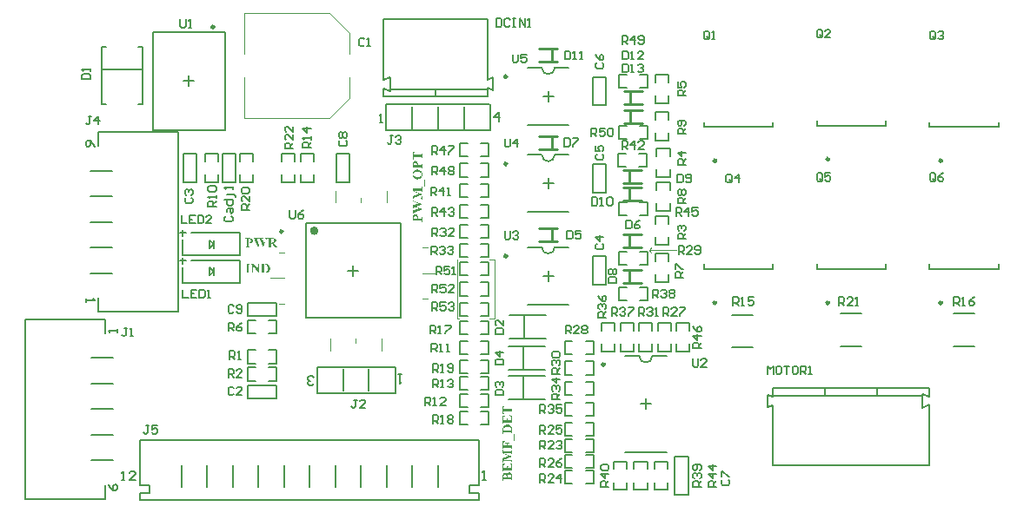
<source format=gbr>
G04*
G04 #@! TF.GenerationSoftware,Altium Limited,Altium Designer,22.4.2 (48)*
G04*
G04 Layer_Color=65535*
%FSLAX44Y44*%
%MOMM*%
G71*
G04*
G04 #@! TF.SameCoordinates,66DA3E34-DB1B-427B-9A16-6C510F1B548E*
G04*
G04*
G04 #@! TF.FilePolarity,Positive*
G04*
G01*
G75*
%ADD10C,0.2000*%
%ADD11C,0.3000*%
%ADD12C,0.4000*%
%ADD13C,0.1778*%
%ADD14C,0.2540*%
%ADD15C,0.1000*%
%ADD16C,0.1500*%
%ADD17C,0.1250*%
%ADD18C,0.2032*%
%ADD19C,0.1270*%
G36*
X160534Y595658D02*
X160524D01*
X160496Y595648D01*
X160449Y595639D01*
X160393Y595620D01*
X160327Y595601D01*
X160252Y595573D01*
X160074Y595517D01*
X159878Y595442D01*
X159671Y595367D01*
X159493Y595273D01*
X159409Y595226D01*
X159334Y595179D01*
X159315Y595170D01*
X159268Y595133D01*
X159203Y595076D01*
X159118Y595001D01*
X159025Y594898D01*
X158931Y594776D01*
X158828Y594636D01*
X158743Y594477D01*
X158734Y594467D01*
X158725Y594430D01*
X158706Y594364D01*
X158678Y594270D01*
X158659Y594148D01*
X158640Y593999D01*
X158631Y593820D01*
X158622Y593605D01*
Y592939D01*
X165539D01*
X165548D01*
X165567D01*
X165604D01*
X165651D01*
X165763D01*
X165904Y592949D01*
X166054Y592958D01*
X166195Y592968D01*
X166326Y592986D01*
X166373Y593005D01*
X166410Y593014D01*
X166420D01*
X166438Y593033D01*
X166467Y593052D01*
X166513Y593080D01*
X166560Y593118D01*
X166607Y593164D01*
X166663Y593230D01*
X166710Y593305D01*
X166720Y593314D01*
X166729Y593343D01*
X166748Y593399D01*
X166766Y593464D01*
X166794Y593549D01*
X166813Y593661D01*
X166823Y593774D01*
X166832Y593914D01*
Y594214D01*
X167076D01*
Y589519D01*
X166832D01*
Y589875D01*
X166823Y589950D01*
X166813Y590034D01*
X166804Y590137D01*
X166776Y590240D01*
X166748Y590343D01*
X166701Y590437D01*
X166691Y590446D01*
X166682Y590465D01*
X166663Y590493D01*
X166626Y590531D01*
X166579Y590578D01*
X166523Y590624D01*
X166457Y590671D01*
X166382Y590709D01*
X166373D01*
X166345Y590718D01*
X166298Y590737D01*
X166213Y590746D01*
X166110Y590765D01*
X166035D01*
X165960Y590774D01*
X165867D01*
X165773Y590784D01*
X165660D01*
X165539D01*
X158622D01*
Y590053D01*
X158631Y589987D01*
Y589912D01*
X158640Y589828D01*
X158668Y589631D01*
X158715Y589406D01*
X158781Y589190D01*
X158875Y588984D01*
X158940Y588890D01*
X159006Y588806D01*
X159015Y588797D01*
X159034Y588778D01*
X159062Y588750D01*
X159109Y588712D01*
X159165Y588666D01*
X159231Y588619D01*
X159306Y588563D01*
X159400Y588506D01*
X159503Y588441D01*
X159615Y588375D01*
X159746Y588319D01*
X159878Y588263D01*
X160028Y588206D01*
X160187Y588159D01*
X160356Y588122D01*
X160534Y588084D01*
Y587841D01*
X158106D01*
Y595901D01*
X160534D01*
Y595658D01*
D02*
G37*
G36*
X160674Y586932D02*
X160749Y586922D01*
X160834Y586913D01*
X160927Y586894D01*
X161040Y586875D01*
X161274Y586810D01*
X161396Y586763D01*
X161527Y586716D01*
X161649Y586651D01*
X161780Y586576D01*
X161902Y586491D01*
X162024Y586397D01*
X162033Y586388D01*
X162052Y586369D01*
X162080Y586341D01*
X162127Y586294D01*
X162174Y586238D01*
X162230Y586172D01*
X162296Y586097D01*
X162361Y586004D01*
X162427Y585901D01*
X162502Y585788D01*
X162568Y585666D01*
X162642Y585535D01*
X162708Y585395D01*
X162764Y585235D01*
X162821Y585076D01*
X162867Y584898D01*
Y584888D01*
X162877Y584870D01*
Y584832D01*
X162886Y584776D01*
X162905Y584701D01*
X162914Y584617D01*
X162924Y584514D01*
X162942Y584392D01*
X162952Y584251D01*
X162971Y584092D01*
X162980Y583914D01*
X162989Y583717D01*
X162999Y583501D01*
X163008Y583267D01*
X163017Y583004D01*
Y582733D01*
X165501D01*
X165511D01*
X165529D01*
X165567D01*
X165614D01*
X165679D01*
X165745Y582742D01*
X165885D01*
X166045Y582752D01*
X166195Y582770D01*
X166326Y582789D01*
X166382Y582798D01*
X166420Y582817D01*
X166429Y582826D01*
X166448Y582836D01*
X166485Y582855D01*
X166523Y582892D01*
X166579Y582939D01*
X166626Y582995D01*
X166673Y583061D01*
X166720Y583136D01*
Y583145D01*
X166738Y583183D01*
X166757Y583239D01*
X166776Y583333D01*
X166794Y583445D01*
X166813Y583595D01*
X166823Y583773D01*
X166832Y583979D01*
X167076D01*
Y579415D01*
X166832D01*
Y579518D01*
X166823Y579621D01*
X166813Y579752D01*
X166804Y579893D01*
X166785Y580033D01*
X166757Y580155D01*
X166720Y580258D01*
X166710Y580268D01*
X166701Y580296D01*
X166673Y580333D01*
X166635Y580380D01*
X166542Y580483D01*
X166485Y580530D01*
X166420Y580568D01*
X166410D01*
X166382Y580586D01*
X166326Y580596D01*
X166232Y580615D01*
X166176Y580624D01*
X166110Y580633D01*
X166035Y580643D01*
X165951D01*
X165857Y580652D01*
X165754Y580661D01*
X165632D01*
X165501D01*
X159681D01*
X159671D01*
X159653D01*
X159615D01*
X159568D01*
X159503D01*
X159446D01*
X159297Y580652D01*
X159137Y580643D01*
X158996Y580624D01*
X158865Y580596D01*
X158809Y580586D01*
X158772Y580568D01*
X158762D01*
X158743Y580549D01*
X158706Y580530D01*
X158659Y580493D01*
X158612Y580455D01*
X158565Y580399D01*
X158518Y580333D01*
X158472Y580249D01*
X158462Y580240D01*
X158453Y580202D01*
X158434Y580146D01*
X158406Y580061D01*
X158387Y579949D01*
X158369Y579799D01*
X158359Y579630D01*
X158350Y579415D01*
X158106D01*
Y583511D01*
X158116Y583642D01*
X158125Y583801D01*
X158144Y583979D01*
X158162Y584176D01*
X158190Y584392D01*
X158228Y584617D01*
X158275Y584851D01*
X158331Y585076D01*
X158397Y585310D01*
X158481Y585526D01*
X158575Y585732D01*
X158678Y585929D01*
X158800Y586097D01*
X158809Y586107D01*
X158828Y586135D01*
X158865Y586172D01*
X158922Y586229D01*
X158987Y586294D01*
X159072Y586369D01*
X159165Y586444D01*
X159268Y586519D01*
X159390Y586594D01*
X159521Y586679D01*
X159662Y586744D01*
X159812Y586810D01*
X159981Y586866D01*
X160149Y586903D01*
X160337Y586932D01*
X160524Y586941D01*
X160534D01*
X160562D01*
X160609D01*
X160674Y586932D01*
D02*
G37*
G36*
X162736Y578581D02*
X162858Y578571D01*
X162999Y578562D01*
X163177Y578534D01*
X163374Y578506D01*
X163580Y578468D01*
X163814Y578412D01*
X164048Y578346D01*
X164301Y578262D01*
X164555Y578168D01*
X164807Y578056D01*
X165070Y577915D01*
X165323Y577765D01*
X165567Y577587D01*
X165585Y577568D01*
X165642Y577522D01*
X165726Y577447D01*
X165839Y577343D01*
X165960Y577203D01*
X166110Y577043D01*
X166260Y576847D01*
X166420Y576622D01*
X166588Y576369D01*
X166738Y576097D01*
X166888Y575788D01*
X167010Y575450D01*
X167123Y575094D01*
X167207Y574700D01*
X167263Y574288D01*
X167272Y574072D01*
X167282Y573848D01*
Y573744D01*
X167272Y573688D01*
Y573613D01*
X167263Y573538D01*
X167254Y573454D01*
X167235Y573248D01*
X167198Y573013D01*
X167141Y572751D01*
X167076Y572470D01*
X166991Y572179D01*
X166879Y571870D01*
X166748Y571561D01*
X166598Y571251D01*
X166410Y570942D01*
X166185Y570651D01*
X165942Y570370D01*
X165801Y570239D01*
X165651Y570108D01*
X165632Y570098D01*
X165595Y570061D01*
X165520Y570014D01*
X165417Y569949D01*
X165295Y569864D01*
X165145Y569780D01*
X164976Y569686D01*
X164779Y569592D01*
X164564Y569489D01*
X164329Y569395D01*
X164067Y569311D01*
X163805Y569227D01*
X163514Y569161D01*
X163214Y569114D01*
X162896Y569077D01*
X162568Y569067D01*
X162558D01*
X162549D01*
X162521D01*
X162483D01*
X162427Y569077D01*
X162371D01*
X162230Y569086D01*
X162061Y569105D01*
X161864Y569142D01*
X161640Y569180D01*
X161405Y569236D01*
X161143Y569311D01*
X160880Y569395D01*
X160599Y569508D01*
X160318Y569639D01*
X160037Y569789D01*
X159765Y569977D01*
X159493Y570183D01*
X159240Y570417D01*
X159221Y570436D01*
X159184Y570483D01*
X159118Y570558D01*
X159034Y570661D01*
X158931Y570792D01*
X158819Y570951D01*
X158706Y571139D01*
X158584Y571345D01*
X158462Y571579D01*
X158350Y571832D01*
X158247Y572104D01*
X158153Y572404D01*
X158069Y572713D01*
X158012Y573051D01*
X157984Y573398D01*
Y573969D01*
X157994Y574119D01*
X158003Y574307D01*
X158031Y574513D01*
X158069Y574747D01*
X158116Y575000D01*
X158172Y575272D01*
X158256Y575553D01*
X158359Y575844D01*
X158481Y576144D01*
X158631Y576434D01*
X158800Y576716D01*
X159006Y576987D01*
X159240Y577250D01*
X159259Y577268D01*
X159297Y577306D01*
X159371Y577372D01*
X159474Y577456D01*
X159606Y577559D01*
X159765Y577672D01*
X159952Y577793D01*
X160159Y577925D01*
X160384Y578046D01*
X160637Y578168D01*
X160909Y578281D01*
X161208Y578384D01*
X161518Y578468D01*
X161855Y578534D01*
X162202Y578571D01*
X162568Y578590D01*
X162586D01*
X162642D01*
X162736Y578581D01*
D02*
G37*
G36*
X170000Y561644D02*
X169138D01*
Y568664D01*
X170000D01*
Y561644D01*
D02*
G37*
G36*
X167076Y556836D02*
X166832D01*
Y557192D01*
X166823Y557267D01*
X166813Y557352D01*
X166804Y557455D01*
X166776Y557558D01*
X166748Y557661D01*
X166701Y557755D01*
X166691Y557764D01*
X166682Y557783D01*
X166663Y557811D01*
X166626Y557849D01*
X166579Y557895D01*
X166523Y557942D01*
X166457Y557989D01*
X166382Y558027D01*
X166373D01*
X166345Y558036D01*
X166298Y558055D01*
X166213Y558064D01*
X166110Y558083D01*
X166035D01*
X165960Y558092D01*
X165867D01*
X165773Y558102D01*
X165660D01*
X165539D01*
X158893D01*
X167076Y554652D01*
Y554502D01*
X158959Y551007D01*
X165267D01*
X165276D01*
X165295D01*
X165332D01*
X165370D01*
X165482D01*
X165623Y551016D01*
X165763D01*
X165895Y551025D01*
X166007Y551035D01*
X166054D01*
X166092Y551044D01*
X166110D01*
X166148Y551063D01*
X166204Y551081D01*
X166279Y551119D01*
X166363Y551175D01*
X166457Y551231D01*
X166542Y551316D01*
X166626Y551409D01*
X166635Y551419D01*
X166654Y551466D01*
X166691Y551531D01*
X166729Y551634D01*
X166766Y551756D01*
X166804Y551916D01*
X166823Y552103D01*
X166832Y552319D01*
X167076D01*
Y549235D01*
X166832D01*
Y549441D01*
X166823Y549507D01*
X166813Y549591D01*
X166794Y549685D01*
X166776Y549788D01*
X166738Y549882D01*
X166729Y549891D01*
X166720Y549929D01*
X166701Y549976D01*
X166663Y550032D01*
X166579Y550163D01*
X166523Y550219D01*
X166467Y550275D01*
X166457Y550285D01*
X166429Y550303D01*
X166392Y550322D01*
X166335Y550360D01*
X166270Y550388D01*
X166185Y550425D01*
X166092Y550463D01*
X165979Y550491D01*
X165970D01*
X165960D01*
X165923D01*
X165867Y550500D01*
X165782D01*
X165726D01*
X165660D01*
X165585D01*
X165501D01*
X165407D01*
X165295D01*
X159625D01*
X159615D01*
X159596D01*
X159559D01*
X159512D01*
X159400D01*
X159268Y550491D01*
X159118Y550482D01*
X158987Y550472D01*
X158865Y550453D01*
X158819Y550435D01*
X158781Y550425D01*
X158772D01*
X158753Y550416D01*
X158725Y550388D01*
X158678Y550360D01*
X158631Y550322D01*
X158584Y550275D01*
X158528Y550210D01*
X158481Y550125D01*
X158472Y550116D01*
X158462Y550088D01*
X158443Y550032D01*
X158415Y549966D01*
X158387Y549882D01*
X158369Y549779D01*
X158359Y549657D01*
X158350Y549526D01*
Y549235D01*
X158106D01*
Y552919D01*
X164020Y555430D01*
X158106Y557877D01*
Y561522D01*
X158350D01*
Y561157D01*
X158359Y561082D01*
X158369Y560998D01*
X158387Y560895D01*
X158406Y560792D01*
X158443Y560688D01*
X158490Y560595D01*
Y560585D01*
X158509Y560566D01*
X158528Y560538D01*
X158565Y560501D01*
X158603Y560454D01*
X158659Y560407D01*
X158725Y560360D01*
X158800Y560323D01*
X158809D01*
X158837Y560313D01*
X158884Y560304D01*
X158959Y560295D01*
X159072Y560276D01*
X159137D01*
X159212Y560267D01*
X159297D01*
X159400Y560257D01*
X159503D01*
X159625D01*
X165539D01*
X165548D01*
X165567D01*
X165604D01*
X165651D01*
X165763D01*
X165904Y560267D01*
X166054Y560276D01*
X166195Y560285D01*
X166326Y560304D01*
X166373Y560313D01*
X166410Y560323D01*
X166420D01*
X166438Y560342D01*
X166467Y560360D01*
X166513Y560388D01*
X166560Y560426D01*
X166607Y560482D01*
X166663Y560548D01*
X166710Y560623D01*
X166720Y560632D01*
X166729Y560660D01*
X166748Y560717D01*
X166766Y560782D01*
X166794Y560866D01*
X166813Y560970D01*
X166823Y561091D01*
X166832Y561223D01*
Y561522D01*
X167076D01*
Y556836D01*
D02*
G37*
G36*
X158350Y548851D02*
X158359Y548823D01*
X158369Y548766D01*
X158378Y548710D01*
X158425Y548570D01*
X158500Y548429D01*
X158509Y548420D01*
X158518Y548401D01*
X158547Y548373D01*
X158584Y548326D01*
X158640Y548279D01*
X158697Y548232D01*
X158772Y548176D01*
X158856Y548129D01*
X158865D01*
X158884Y548120D01*
X158931Y548101D01*
X158968Y548082D01*
X159015Y548064D01*
X159072Y548045D01*
X159146Y548017D01*
X159231Y547979D01*
X159325Y547942D01*
X159437Y547895D01*
X159568Y547839D01*
X159718Y547782D01*
X159887Y547717D01*
X167282Y544896D01*
Y544642D01*
X161471Y542421D01*
X167282Y539966D01*
Y539731D01*
X159962Y536788D01*
X159952Y536779D01*
X159915Y536769D01*
X159859Y536741D01*
X159784Y536713D01*
X159699Y536676D01*
X159596Y536638D01*
X159381Y536544D01*
X159146Y536441D01*
X158931Y536338D01*
X158837Y536282D01*
X158753Y536235D01*
X158687Y536198D01*
X158631Y536160D01*
X158622Y536151D01*
X158594Y536123D01*
X158556Y536085D01*
X158509Y536020D01*
X158462Y535935D01*
X158415Y535832D01*
X158378Y535710D01*
X158350Y535560D01*
X158106D01*
Y539431D01*
X158350D01*
Y539356D01*
X158359Y539272D01*
X158378Y539178D01*
X158397Y539075D01*
X158425Y538972D01*
X158453Y538878D01*
X158500Y538803D01*
X158509Y538794D01*
X158518Y538785D01*
X158547Y538756D01*
X158584Y538728D01*
X158687Y538681D01*
X158743Y538663D01*
X158819Y538653D01*
X158828D01*
X158875Y538663D01*
X158940Y538672D01*
X158987Y538681D01*
X159043Y538691D01*
X159109Y538710D01*
X159193Y538738D01*
X159278Y538756D01*
X159371Y538794D01*
X159484Y538831D01*
X159606Y538869D01*
X159737Y538925D01*
X159887Y538981D01*
X164236Y540734D01*
X160834Y542149D01*
X159878Y541784D01*
X159868D01*
X159840Y541774D01*
X159803Y541756D01*
X159756Y541737D01*
X159690Y541709D01*
X159615Y541681D01*
X159456Y541606D01*
X159278Y541531D01*
X159109Y541456D01*
X158959Y541371D01*
X158893Y541343D01*
X158837Y541306D01*
X158828Y541297D01*
X158790Y541278D01*
X158743Y541240D01*
X158687Y541203D01*
X158631Y541147D01*
X158565Y541081D01*
X158509Y541006D01*
X158462Y540931D01*
X158453Y540922D01*
X158443Y540893D01*
X158425Y540837D01*
X158406Y540772D01*
X158387Y540687D01*
X158369Y540575D01*
X158350Y540453D01*
Y540303D01*
X158106D01*
Y544642D01*
X158350D01*
Y544567D01*
X158359Y544483D01*
Y544389D01*
X158387Y544174D01*
X158406Y544071D01*
X158425Y543986D01*
Y543977D01*
X158434Y543968D01*
X158462Y543902D01*
X158509Y543836D01*
X158584Y543761D01*
X158594D01*
X158603Y543752D01*
X158659Y543724D01*
X158734Y543696D01*
X158828Y543686D01*
X158837D01*
X158865Y543696D01*
X158922Y543705D01*
X159006Y543724D01*
X159062Y543743D01*
X159128Y543761D01*
X159203Y543780D01*
X159287Y543818D01*
X159390Y543846D01*
X159503Y543883D01*
X159625Y543930D01*
X159765Y543986D01*
X164011Y545617D01*
X160168Y547079D01*
X160159D01*
X160140Y547089D01*
X160112Y547098D01*
X160074Y547117D01*
X159971Y547154D01*
X159840Y547201D01*
X159709Y547248D01*
X159568Y547295D01*
X159446Y547332D01*
X159353Y547360D01*
X159343D01*
X159315Y547370D01*
X159278Y547379D01*
X159221Y547389D01*
X159090Y547407D01*
X158950Y547417D01*
X158940D01*
X158903D01*
X158856Y547407D01*
X158790Y547398D01*
X158725Y547370D01*
X158659Y547342D01*
X158584Y547295D01*
X158528Y547229D01*
X158518Y547220D01*
X158500Y547192D01*
X158472Y547145D01*
X158443Y547079D01*
X158415Y546976D01*
X158387Y546854D01*
X158359Y546704D01*
X158350Y546526D01*
X158106D01*
Y548860D01*
X158350D01*
Y548851D01*
D02*
G37*
G36*
X160674Y535017D02*
X160749Y535007D01*
X160834Y534998D01*
X160927Y534979D01*
X161040Y534961D01*
X161274Y534895D01*
X161396Y534848D01*
X161527Y534801D01*
X161649Y534736D01*
X161780Y534661D01*
X161902Y534576D01*
X162024Y534483D01*
X162033Y534473D01*
X162052Y534454D01*
X162080Y534426D01*
X162127Y534380D01*
X162174Y534323D01*
X162230Y534258D01*
X162296Y534183D01*
X162361Y534089D01*
X162427Y533986D01*
X162502Y533873D01*
X162568Y533751D01*
X162642Y533620D01*
X162708Y533480D01*
X162764Y533320D01*
X162821Y533161D01*
X162867Y532983D01*
Y532974D01*
X162877Y532955D01*
Y532917D01*
X162886Y532861D01*
X162905Y532786D01*
X162914Y532702D01*
X162924Y532599D01*
X162942Y532477D01*
X162952Y532336D01*
X162971Y532177D01*
X162980Y531999D01*
X162989Y531802D01*
X162999Y531586D01*
X163008Y531352D01*
X163017Y531090D01*
Y530818D01*
X165501D01*
X165511D01*
X165529D01*
X165567D01*
X165614D01*
X165679D01*
X165745Y530827D01*
X165885D01*
X166045Y530837D01*
X166195Y530855D01*
X166326Y530874D01*
X166382Y530883D01*
X166420Y530902D01*
X166429Y530912D01*
X166448Y530921D01*
X166485Y530940D01*
X166523Y530977D01*
X166579Y531024D01*
X166626Y531080D01*
X166673Y531146D01*
X166720Y531221D01*
Y531230D01*
X166738Y531268D01*
X166757Y531324D01*
X166776Y531418D01*
X166794Y531530D01*
X166813Y531680D01*
X166823Y531858D01*
X166832Y532064D01*
X167076D01*
Y527500D01*
X166832D01*
Y527603D01*
X166823Y527706D01*
X166813Y527837D01*
X166804Y527978D01*
X166785Y528119D01*
X166757Y528240D01*
X166720Y528344D01*
X166710Y528353D01*
X166701Y528381D01*
X166673Y528419D01*
X166635Y528465D01*
X166542Y528568D01*
X166485Y528615D01*
X166420Y528653D01*
X166410D01*
X166382Y528672D01*
X166326Y528681D01*
X166232Y528700D01*
X166176Y528709D01*
X166110Y528718D01*
X166035Y528728D01*
X165951D01*
X165857Y528737D01*
X165754Y528746D01*
X165632D01*
X165501D01*
X159681D01*
X159671D01*
X159653D01*
X159615D01*
X159568D01*
X159503D01*
X159446D01*
X159297Y528737D01*
X159137Y528728D01*
X158996Y528709D01*
X158865Y528681D01*
X158809Y528672D01*
X158772Y528653D01*
X158762D01*
X158743Y528634D01*
X158706Y528615D01*
X158659Y528578D01*
X158612Y528540D01*
X158565Y528484D01*
X158518Y528419D01*
X158472Y528334D01*
X158462Y528325D01*
X158453Y528287D01*
X158434Y528231D01*
X158406Y528147D01*
X158387Y528034D01*
X158369Y527884D01*
X158359Y527716D01*
X158350Y527500D01*
X158106D01*
Y531596D01*
X158116Y531727D01*
X158125Y531886D01*
X158144Y532064D01*
X158162Y532261D01*
X158190Y532477D01*
X158228Y532702D01*
X158275Y532936D01*
X158331Y533161D01*
X158397Y533395D01*
X158481Y533611D01*
X158575Y533817D01*
X158678Y534014D01*
X158800Y534183D01*
X158809Y534192D01*
X158828Y534220D01*
X158865Y534258D01*
X158922Y534314D01*
X158987Y534380D01*
X159072Y534454D01*
X159165Y534529D01*
X159268Y534604D01*
X159390Y534679D01*
X159521Y534764D01*
X159662Y534829D01*
X159812Y534895D01*
X159981Y534951D01*
X160149Y534989D01*
X160337Y535017D01*
X160524Y535026D01*
X160534D01*
X160562D01*
X160609D01*
X160674Y535017D01*
D02*
G37*
G36*
X248034Y347760D02*
X248024D01*
X247996Y347750D01*
X247949Y347741D01*
X247893Y347722D01*
X247827Y347703D01*
X247752Y347675D01*
X247574Y347619D01*
X247378Y347544D01*
X247171Y347469D01*
X246993Y347375D01*
X246909Y347328D01*
X246834Y347281D01*
X246815Y347272D01*
X246768Y347235D01*
X246703Y347178D01*
X246618Y347103D01*
X246525Y347000D01*
X246431Y346879D01*
X246328Y346738D01*
X246243Y346579D01*
X246234Y346569D01*
X246225Y346532D01*
X246206Y346466D01*
X246178Y346372D01*
X246159Y346250D01*
X246140Y346101D01*
X246131Y345923D01*
X246122Y345707D01*
Y345041D01*
X253039D01*
X253048D01*
X253067D01*
X253104D01*
X253151D01*
X253264D01*
X253404Y345051D01*
X253554Y345060D01*
X253695Y345070D01*
X253826Y345088D01*
X253873Y345107D01*
X253910Y345116D01*
X253920D01*
X253938Y345135D01*
X253967Y345154D01*
X254013Y345182D01*
X254060Y345219D01*
X254107Y345266D01*
X254163Y345332D01*
X254210Y345407D01*
X254220Y345416D01*
X254229Y345444D01*
X254248Y345501D01*
X254266Y345566D01*
X254295Y345651D01*
X254313Y345763D01*
X254323Y345876D01*
X254332Y346016D01*
Y346316D01*
X254576D01*
Y341620D01*
X254332D01*
Y341977D01*
X254323Y342052D01*
X254313Y342136D01*
X254304Y342239D01*
X254276Y342342D01*
X254248Y342445D01*
X254201Y342539D01*
X254191Y342548D01*
X254182Y342567D01*
X254163Y342595D01*
X254126Y342633D01*
X254079Y342680D01*
X254023Y342726D01*
X253957Y342773D01*
X253882Y342811D01*
X253873D01*
X253845Y342820D01*
X253798Y342839D01*
X253713Y342848D01*
X253610Y342867D01*
X253535D01*
X253460Y342876D01*
X253367D01*
X253273Y342886D01*
X253160D01*
X253039D01*
X246122D01*
Y342155D01*
X246131Y342089D01*
Y342014D01*
X246140Y341930D01*
X246168Y341733D01*
X246215Y341508D01*
X246281Y341292D01*
X246375Y341086D01*
X246440Y340993D01*
X246506Y340908D01*
X246515Y340899D01*
X246534Y340880D01*
X246562Y340852D01*
X246609Y340814D01*
X246665Y340768D01*
X246731Y340721D01*
X246806Y340664D01*
X246900Y340608D01*
X247003Y340543D01*
X247115Y340477D01*
X247246Y340421D01*
X247378Y340364D01*
X247528Y340308D01*
X247687Y340261D01*
X247856Y340224D01*
X248034Y340186D01*
Y339943D01*
X245606D01*
Y348003D01*
X248034D01*
Y347760D01*
D02*
G37*
G36*
X254576Y338434D02*
Y330683D01*
X254332D01*
Y331039D01*
X254323Y331114D01*
X254313Y331198D01*
X254304Y331301D01*
X254276Y331404D01*
X254248Y331507D01*
X254201Y331601D01*
X254191Y331610D01*
X254182Y331629D01*
X254163Y331667D01*
X254126Y331704D01*
X254079Y331742D01*
X254023Y331789D01*
X253957Y331836D01*
X253882Y331873D01*
X253873D01*
X253845Y331882D01*
X253798Y331901D01*
X253713Y331910D01*
X253610Y331929D01*
X253535D01*
X253460Y331939D01*
X253367D01*
X253273Y331948D01*
X253160D01*
X253039D01*
X247143D01*
X247134D01*
X247115D01*
X247087D01*
X247050D01*
X246946D01*
X246825D01*
X246693Y331939D01*
X246572Y331929D01*
X246468Y331920D01*
X246431D01*
X246403Y331910D01*
X246394D01*
X246365Y331901D01*
X246318Y331882D01*
X246272Y331854D01*
X246206Y331826D01*
X246150Y331779D01*
X246094Y331732D01*
X246037Y331667D01*
X246028Y331657D01*
X246009Y331620D01*
X245981Y331564D01*
X245944Y331489D01*
X245906Y331386D01*
X245878Y331264D01*
X245859Y331133D01*
X245850Y330973D01*
Y330683D01*
X245606D01*
Y338200D01*
X248259D01*
Y337956D01*
X248249D01*
X248212Y337946D01*
X248165Y337937D01*
X248099Y337918D01*
X248024Y337900D01*
X247931Y337871D01*
X247724Y337815D01*
X247499Y337740D01*
X247265Y337646D01*
X247050Y337534D01*
X246956Y337478D01*
X246871Y337412D01*
X246862D01*
X246853Y337393D01*
X246796Y337346D01*
X246721Y337272D01*
X246628Y337159D01*
X246525Y337019D01*
X246422Y336850D01*
X246328Y336653D01*
X246243Y336428D01*
X246234Y336409D01*
Y336390D01*
X246225Y336353D01*
X246215Y336306D01*
X246206Y336259D01*
X246197Y336194D01*
X246178Y336119D01*
X246168Y336025D01*
X246159Y335922D01*
X246150Y335809D01*
X246140Y335688D01*
X246131Y335547D01*
Y335388D01*
X246122Y335219D01*
Y334104D01*
X249777D01*
Y334366D01*
X249768Y334422D01*
X249758Y334497D01*
X249749Y334572D01*
X249711Y334760D01*
X249646Y334966D01*
X249599Y335069D01*
X249552Y335172D01*
X249486Y335275D01*
X249421Y335369D01*
X249336Y335453D01*
X249243Y335528D01*
X249233D01*
X249215Y335547D01*
X249186Y335566D01*
X249140Y335594D01*
X249083Y335622D01*
X249018Y335659D01*
X248933Y335697D01*
X248840Y335734D01*
X248737Y335772D01*
X248624Y335819D01*
X248493Y335856D01*
X248352Y335903D01*
X248193Y335941D01*
X248024Y335969D01*
X247846Y335997D01*
X247659Y336025D01*
Y336269D01*
X252354D01*
Y336025D01*
X252345D01*
X252317D01*
X252279Y336016D01*
X252223Y336006D01*
X252167Y335997D01*
X252092Y335988D01*
X251914Y335950D01*
X251717Y335903D01*
X251511Y335847D01*
X251305Y335772D01*
X251108Y335678D01*
X251098D01*
X251089Y335669D01*
X251024Y335631D01*
X250939Y335584D01*
X250836Y335509D01*
X250724Y335425D01*
X250620Y335322D01*
X250517Y335210D01*
X250442Y335088D01*
X250433Y335069D01*
X250414Y335022D01*
X250386Y334947D01*
X250358Y334835D01*
X250330Y334703D01*
X250302Y334535D01*
X250283Y334329D01*
X250274Y334104D01*
X252804D01*
X252814D01*
X252832D01*
X252870D01*
X252926D01*
X252982D01*
X253048D01*
X253198Y334113D01*
X253348D01*
X253498Y334132D01*
X253563D01*
X253629Y334141D01*
X253676Y334151D01*
X253713Y334160D01*
X253723D01*
X253742Y334169D01*
X253770Y334188D01*
X253807Y334216D01*
X253892Y334291D01*
X253938Y334338D01*
X253976Y334394D01*
Y334403D01*
X253995Y334432D01*
X254004Y334469D01*
X254023Y334535D01*
X254042Y334610D01*
X254060Y334703D01*
X254070Y334825D01*
X254079Y334957D01*
Y335613D01*
X254070Y335697D01*
X254060Y335809D01*
X254051Y335931D01*
X254032Y336063D01*
X254004Y336213D01*
X253938Y336531D01*
X253892Y336700D01*
X253835Y336869D01*
X253770Y337037D01*
X253685Y337206D01*
X253601Y337356D01*
X253498Y337506D01*
X253489Y337515D01*
X253470Y337543D01*
X253432Y337581D01*
X253385Y337628D01*
X253329Y337693D01*
X253254Y337768D01*
X253160Y337843D01*
X253057Y337928D01*
X252945Y338012D01*
X252814Y338106D01*
X252664Y338200D01*
X252504Y338284D01*
X252336Y338368D01*
X252148Y338452D01*
X251942Y338527D01*
X251726Y338593D01*
Y338846D01*
X254576Y338434D01*
D02*
G37*
G36*
X250367Y329839D02*
X250461Y329830D01*
X250574Y329820D01*
X250695Y329811D01*
X250967Y329773D01*
X251258Y329717D01*
X251567Y329642D01*
X251867Y329539D01*
X251876D01*
X251905Y329530D01*
X251942Y329511D01*
X251998Y329483D01*
X252064Y329455D01*
X252148Y329417D01*
X252326Y329333D01*
X252542Y329211D01*
X252757Y329080D01*
X252982Y328930D01*
X253189Y328752D01*
X253198Y328742D01*
X253207Y328733D01*
X253235Y328705D01*
X253273Y328667D01*
X253367Y328564D01*
X253489Y328433D01*
X253620Y328274D01*
X253760Y328077D01*
X253892Y327871D01*
X254023Y327636D01*
Y327627D01*
X254032Y327608D01*
X254051Y327571D01*
X254070Y327524D01*
X254098Y327468D01*
X254126Y327393D01*
X254163Y327309D01*
X254201Y327205D01*
X254238Y327102D01*
X254276Y326980D01*
X254313Y326859D01*
X254351Y326718D01*
X254435Y326418D01*
X254501Y326090D01*
Y326071D01*
X254510Y326043D01*
Y326015D01*
X254520Y325968D01*
Y325921D01*
X254529Y325856D01*
X254538Y325781D01*
X254548Y325696D01*
Y325603D01*
X254557Y325500D01*
X254566Y325387D01*
Y325265D01*
X254576Y325125D01*
Y320813D01*
X254332D01*
Y321169D01*
X254323Y321235D01*
X254313Y321329D01*
X254304Y321423D01*
X254276Y321526D01*
X254248Y321619D01*
X254210Y321704D01*
X254201Y321713D01*
X254191Y321741D01*
X254163Y321779D01*
X254126Y321825D01*
X254079Y321872D01*
X254023Y321929D01*
X253957Y321976D01*
X253882Y322013D01*
X253873D01*
X253845Y322022D01*
X253798Y322032D01*
X253723Y322051D01*
X253676D01*
X253610Y322060D01*
X253545D01*
X253470Y322069D01*
X253376D01*
X253273Y322079D01*
X253160D01*
X253039D01*
X247143D01*
X247134D01*
X247115D01*
X247078D01*
X247031D01*
X246918D01*
X246778Y322069D01*
X246637Y322060D01*
X246497Y322051D01*
X246375Y322032D01*
X246328Y322013D01*
X246290Y322004D01*
X246281D01*
X246262Y321985D01*
X246225Y321966D01*
X246187Y321938D01*
X246140Y321900D01*
X246084Y321844D01*
X246028Y321779D01*
X245981Y321704D01*
X245972Y321694D01*
X245962Y321666D01*
X245944Y321619D01*
X245916Y321544D01*
X245887Y321460D01*
X245869Y321357D01*
X245859Y321244D01*
X245850Y321104D01*
Y320813D01*
X245606D01*
Y324984D01*
X245616Y325087D01*
Y325228D01*
X245625Y325387D01*
X245644Y325556D01*
X245662Y325753D01*
X245681Y325950D01*
X245709Y326165D01*
X245794Y326596D01*
X245897Y327018D01*
X245972Y327224D01*
X246047Y327412D01*
X246056Y327421D01*
X246075Y327468D01*
X246103Y327524D01*
X246150Y327608D01*
X246206Y327711D01*
X246272Y327824D01*
X246356Y327955D01*
X246450Y328086D01*
X246553Y328236D01*
X246675Y328386D01*
X246806Y328536D01*
X246956Y328686D01*
X247115Y328836D01*
X247284Y328977D01*
X247471Y329108D01*
X247668Y329230D01*
X247677Y329239D01*
X247715Y329258D01*
X247781Y329286D01*
X247856Y329324D01*
X247959Y329370D01*
X248081Y329427D01*
X248221Y329483D01*
X248381Y329539D01*
X248559Y329595D01*
X248746Y329652D01*
X248952Y329708D01*
X249158Y329755D01*
X249393Y329792D01*
X249627Y329820D01*
X249871Y329839D01*
X250124Y329849D01*
X250133D01*
X250161D01*
X250217D01*
X250283D01*
X250367Y329839D01*
D02*
G37*
G36*
X257500Y313737D02*
X256638D01*
Y320757D01*
X257500D01*
Y313737D01*
D02*
G37*
G36*
X248174Y313184D02*
X248165D01*
X248137D01*
X248090Y313175D01*
X248024Y313165D01*
X247949Y313146D01*
X247865Y313137D01*
X247668Y313090D01*
X247453Y313025D01*
X247237Y312940D01*
X247021Y312837D01*
X246928Y312772D01*
X246843Y312706D01*
X246834D01*
X246825Y312687D01*
X246768Y312640D01*
X246693Y312547D01*
X246600Y312425D01*
X246497Y312275D01*
X246394Y312087D01*
X246300Y311862D01*
X246225Y311609D01*
X246215Y311591D01*
Y311562D01*
X246206Y311534D01*
X246197Y311488D01*
X246187Y311431D01*
X246178Y311356D01*
X246168Y311281D01*
X246159Y311188D01*
X246150Y311075D01*
Y310963D01*
X246140Y310832D01*
X246131Y310681D01*
X246122Y310513D01*
Y309304D01*
X249805D01*
Y309669D01*
X249796Y309772D01*
X249786Y309913D01*
X249758Y310063D01*
X249730Y310222D01*
X249683Y310382D01*
X249627Y310532D01*
X249618Y310550D01*
X249590Y310597D01*
X249552Y310663D01*
X249486Y310756D01*
X249402Y310850D01*
X249299Y310963D01*
X249177Y311066D01*
X249027Y311169D01*
X249018D01*
X249008Y311178D01*
X248980Y311197D01*
X248952Y311216D01*
X248859Y311253D01*
X248727Y311310D01*
X248559Y311366D01*
X248371Y311422D01*
X248137Y311478D01*
X247884Y311516D01*
Y311750D01*
X252383D01*
Y311516D01*
X252364D01*
X252326Y311506D01*
X252261Y311497D01*
X252176Y311488D01*
X252073Y311469D01*
X251961Y311441D01*
X251830Y311413D01*
X251698Y311384D01*
X251417Y311291D01*
X251136Y311169D01*
X251005Y311094D01*
X250892Y311010D01*
X250789Y310925D01*
X250705Y310822D01*
X250695Y310813D01*
X250686Y310794D01*
X250667Y310766D01*
X250639Y310728D01*
X250611Y310672D01*
X250574Y310606D01*
X250536Y310541D01*
X250499Y310457D01*
X250424Y310269D01*
X250358Y310063D01*
X250311Y309819D01*
X250292Y309697D01*
Y309304D01*
X253039D01*
X253048D01*
X253067D01*
X253104D01*
X253151D01*
X253264D01*
X253404Y309313D01*
X253554Y309322D01*
X253695Y309332D01*
X253826Y309351D01*
X253873Y309369D01*
X253910Y309379D01*
X253920D01*
X253938Y309398D01*
X253967Y309416D01*
X254013Y309444D01*
X254060Y309482D01*
X254107Y309529D01*
X254163Y309594D01*
X254210Y309669D01*
X254220Y309679D01*
X254229Y309707D01*
X254248Y309763D01*
X254266Y309829D01*
X254295Y309913D01*
X254313Y310016D01*
X254323Y310138D01*
X254332Y310269D01*
Y310569D01*
X254576D01*
Y305883D01*
X254332D01*
Y306239D01*
X254323Y306314D01*
X254313Y306398D01*
X254304Y306501D01*
X254276Y306604D01*
X254248Y306707D01*
X254201Y306801D01*
X254191Y306811D01*
X254182Y306829D01*
X254163Y306867D01*
X254126Y306904D01*
X254079Y306942D01*
X254023Y306989D01*
X253957Y307036D01*
X253882Y307073D01*
X253873D01*
X253845Y307082D01*
X253798Y307101D01*
X253713Y307111D01*
X253610Y307129D01*
X253535D01*
X253460Y307139D01*
X253367D01*
X253273Y307148D01*
X253160D01*
X253039D01*
X247143D01*
X247134D01*
X247115D01*
X247078D01*
X247031D01*
X246918D01*
X246778Y307139D01*
X246637Y307129D01*
X246497Y307120D01*
X246375Y307101D01*
X246328Y307082D01*
X246290Y307073D01*
X246281D01*
X246262Y307054D01*
X246225Y307036D01*
X246187Y307007D01*
X246140Y306970D01*
X246084Y306914D01*
X246028Y306848D01*
X245981Y306773D01*
X245972Y306764D01*
X245962Y306736D01*
X245944Y306689D01*
X245916Y306614D01*
X245887Y306529D01*
X245869Y306426D01*
X245859Y306314D01*
X245850Y306173D01*
Y305883D01*
X245606D01*
Y313456D01*
X248174D01*
Y313184D01*
D02*
G37*
G36*
X254576Y300653D02*
X254332D01*
Y301009D01*
X254323Y301084D01*
X254313Y301168D01*
X254304Y301271D01*
X254276Y301374D01*
X254248Y301478D01*
X254201Y301571D01*
X254191Y301581D01*
X254182Y301599D01*
X254163Y301628D01*
X254126Y301665D01*
X254079Y301712D01*
X254023Y301759D01*
X253957Y301806D01*
X253882Y301843D01*
X253873D01*
X253845Y301852D01*
X253798Y301871D01*
X253713Y301881D01*
X253610Y301899D01*
X253535D01*
X253460Y301909D01*
X253367D01*
X253273Y301918D01*
X253160D01*
X253039D01*
X246394D01*
X254576Y298469D01*
Y298319D01*
X246459Y294823D01*
X252767D01*
X252776D01*
X252795D01*
X252832D01*
X252870D01*
X252982D01*
X253123Y294832D01*
X253264D01*
X253395Y294842D01*
X253507Y294851D01*
X253554D01*
X253592Y294860D01*
X253610D01*
X253648Y294879D01*
X253704Y294898D01*
X253779Y294935D01*
X253863Y294992D01*
X253957Y295048D01*
X254042Y295132D01*
X254126Y295226D01*
X254135Y295236D01*
X254154Y295282D01*
X254191Y295348D01*
X254229Y295451D01*
X254266Y295573D01*
X254304Y295732D01*
X254323Y295920D01*
X254332Y296135D01*
X254576D01*
Y293052D01*
X254332D01*
Y293258D01*
X254323Y293323D01*
X254313Y293408D01*
X254295Y293501D01*
X254276Y293605D01*
X254238Y293698D01*
X254229Y293708D01*
X254220Y293745D01*
X254201Y293792D01*
X254163Y293848D01*
X254079Y293979D01*
X254023Y294036D01*
X253967Y294092D01*
X253957Y294101D01*
X253929Y294120D01*
X253892Y294139D01*
X253835Y294176D01*
X253770Y294205D01*
X253685Y294242D01*
X253592Y294279D01*
X253479Y294308D01*
X253470D01*
X253460D01*
X253423D01*
X253367Y294317D01*
X253282D01*
X253226D01*
X253160D01*
X253085D01*
X253001D01*
X252907D01*
X252795D01*
X247125D01*
X247115D01*
X247096D01*
X247059D01*
X247012D01*
X246900D01*
X246768Y294308D01*
X246618Y294298D01*
X246487Y294289D01*
X246365Y294270D01*
X246318Y294251D01*
X246281Y294242D01*
X246272D01*
X246253Y294233D01*
X246225Y294205D01*
X246178Y294176D01*
X246131Y294139D01*
X246084Y294092D01*
X246028Y294026D01*
X245981Y293942D01*
X245972Y293933D01*
X245962Y293904D01*
X245944Y293848D01*
X245916Y293783D01*
X245887Y293698D01*
X245869Y293595D01*
X245859Y293473D01*
X245850Y293342D01*
Y293052D01*
X245606D01*
Y296735D01*
X251520Y299247D01*
X245606Y301693D01*
Y305339D01*
X245850D01*
Y304974D01*
X245859Y304899D01*
X245869Y304814D01*
X245887Y304711D01*
X245906Y304608D01*
X245944Y304505D01*
X245990Y304411D01*
Y304402D01*
X246009Y304383D01*
X246028Y304355D01*
X246065Y304317D01*
X246103Y304271D01*
X246159Y304224D01*
X246225Y304177D01*
X246300Y304139D01*
X246309D01*
X246337Y304130D01*
X246384Y304121D01*
X246459Y304111D01*
X246572Y304093D01*
X246637D01*
X246712Y304083D01*
X246796D01*
X246900Y304074D01*
X247003D01*
X247125D01*
X253039D01*
X253048D01*
X253067D01*
X253104D01*
X253151D01*
X253264D01*
X253404Y304083D01*
X253554Y304093D01*
X253695Y304102D01*
X253826Y304121D01*
X253873Y304130D01*
X253910Y304139D01*
X253920D01*
X253938Y304158D01*
X253967Y304177D01*
X254013Y304205D01*
X254060Y304242D01*
X254107Y304299D01*
X254163Y304364D01*
X254210Y304439D01*
X254220Y304449D01*
X254229Y304477D01*
X254248Y304533D01*
X254266Y304599D01*
X254295Y304683D01*
X254313Y304786D01*
X254323Y304908D01*
X254332Y305039D01*
Y305339D01*
X254576D01*
Y300653D01*
D02*
G37*
G36*
Y291777D02*
Y284026D01*
X254332D01*
Y284382D01*
X254323Y284457D01*
X254313Y284541D01*
X254304Y284644D01*
X254276Y284748D01*
X254248Y284851D01*
X254201Y284944D01*
X254191Y284954D01*
X254182Y284972D01*
X254163Y285010D01*
X254126Y285047D01*
X254079Y285085D01*
X254023Y285132D01*
X253957Y285179D01*
X253882Y285216D01*
X253873D01*
X253845Y285226D01*
X253798Y285244D01*
X253713Y285254D01*
X253610Y285272D01*
X253535D01*
X253460Y285282D01*
X253367D01*
X253273Y285291D01*
X253160D01*
X253039D01*
X247143D01*
X247134D01*
X247115D01*
X247087D01*
X247050D01*
X246946D01*
X246825D01*
X246693Y285282D01*
X246572Y285272D01*
X246468Y285263D01*
X246431D01*
X246403Y285254D01*
X246394D01*
X246365Y285244D01*
X246318Y285226D01*
X246272Y285197D01*
X246206Y285169D01*
X246150Y285122D01*
X246094Y285076D01*
X246037Y285010D01*
X246028Y285001D01*
X246009Y284963D01*
X245981Y284907D01*
X245944Y284832D01*
X245906Y284729D01*
X245878Y284607D01*
X245859Y284476D01*
X245850Y284316D01*
Y284026D01*
X245606D01*
Y291543D01*
X248259D01*
Y291299D01*
X248249D01*
X248212Y291290D01*
X248165Y291280D01*
X248099Y291262D01*
X248024Y291243D01*
X247931Y291215D01*
X247724Y291158D01*
X247499Y291083D01*
X247265Y290990D01*
X247050Y290877D01*
X246956Y290821D01*
X246871Y290755D01*
X246862D01*
X246853Y290737D01*
X246796Y290690D01*
X246721Y290615D01*
X246628Y290502D01*
X246525Y290362D01*
X246422Y290193D01*
X246328Y289996D01*
X246243Y289771D01*
X246234Y289753D01*
Y289734D01*
X246225Y289696D01*
X246215Y289649D01*
X246206Y289603D01*
X246197Y289537D01*
X246178Y289462D01*
X246168Y289368D01*
X246159Y289265D01*
X246150Y289153D01*
X246140Y289031D01*
X246131Y288890D01*
Y288731D01*
X246122Y288562D01*
Y287447D01*
X249777D01*
Y287709D01*
X249768Y287766D01*
X249758Y287840D01*
X249749Y287915D01*
X249711Y288103D01*
X249646Y288309D01*
X249599Y288412D01*
X249552Y288515D01*
X249486Y288618D01*
X249421Y288712D01*
X249336Y288797D01*
X249243Y288871D01*
X249233D01*
X249215Y288890D01*
X249186Y288909D01*
X249140Y288937D01*
X249083Y288965D01*
X249018Y289003D01*
X248933Y289040D01*
X248840Y289078D01*
X248737Y289115D01*
X248624Y289162D01*
X248493Y289200D01*
X248352Y289246D01*
X248193Y289284D01*
X248024Y289312D01*
X247846Y289340D01*
X247659Y289368D01*
Y289612D01*
X252354D01*
Y289368D01*
X252345D01*
X252317D01*
X252279Y289359D01*
X252223Y289349D01*
X252167Y289340D01*
X252092Y289331D01*
X251914Y289293D01*
X251717Y289246D01*
X251511Y289190D01*
X251305Y289115D01*
X251108Y289021D01*
X251098D01*
X251089Y289012D01*
X251024Y288975D01*
X250939Y288928D01*
X250836Y288853D01*
X250724Y288768D01*
X250620Y288665D01*
X250517Y288553D01*
X250442Y288431D01*
X250433Y288412D01*
X250414Y288365D01*
X250386Y288290D01*
X250358Y288178D01*
X250330Y288047D01*
X250302Y287878D01*
X250283Y287672D01*
X250274Y287447D01*
X252804D01*
X252814D01*
X252832D01*
X252870D01*
X252926D01*
X252982D01*
X253048D01*
X253198Y287456D01*
X253348D01*
X253498Y287475D01*
X253563D01*
X253629Y287484D01*
X253676Y287494D01*
X253713Y287503D01*
X253723D01*
X253742Y287512D01*
X253770Y287531D01*
X253807Y287559D01*
X253892Y287634D01*
X253938Y287681D01*
X253976Y287737D01*
Y287747D01*
X253995Y287775D01*
X254004Y287812D01*
X254023Y287878D01*
X254042Y287953D01*
X254060Y288047D01*
X254070Y288169D01*
X254079Y288300D01*
Y288956D01*
X254070Y289040D01*
X254060Y289153D01*
X254051Y289275D01*
X254032Y289406D01*
X254004Y289556D01*
X253938Y289874D01*
X253892Y290043D01*
X253835Y290212D01*
X253770Y290380D01*
X253685Y290549D01*
X253601Y290699D01*
X253498Y290849D01*
X253489Y290858D01*
X253470Y290887D01*
X253432Y290924D01*
X253385Y290971D01*
X253329Y291036D01*
X253254Y291112D01*
X253160Y291187D01*
X253057Y291271D01*
X252945Y291355D01*
X252814Y291449D01*
X252664Y291543D01*
X252504Y291627D01*
X252336Y291711D01*
X252148Y291796D01*
X251942Y291871D01*
X251726Y291936D01*
Y292189D01*
X254576Y291777D01*
D02*
G37*
G36*
X252204Y283276D02*
X252279D01*
X252364Y283257D01*
X252467Y283239D01*
X252579Y283220D01*
X252701Y283182D01*
X252823Y283145D01*
X252964Y283089D01*
X253104Y283023D01*
X253245Y282939D01*
X253385Y282845D01*
X253517Y282742D01*
X253648Y282611D01*
X253779Y282470D01*
X253788Y282461D01*
X253817Y282423D01*
X253854Y282367D01*
X253901Y282283D01*
X253967Y282179D01*
X254032Y282048D01*
X254107Y281908D01*
X254173Y281730D01*
X254248Y281533D01*
X254323Y281317D01*
X254388Y281083D01*
X254454Y280820D01*
X254501Y280539D01*
X254538Y280239D01*
X254566Y279911D01*
X254576Y279564D01*
Y275000D01*
X254332D01*
Y275103D01*
X254323Y275206D01*
X254313Y275337D01*
X254304Y275478D01*
X254285Y275619D01*
X254257Y275750D01*
X254238Y275797D01*
X254220Y275844D01*
X254210Y275853D01*
X254201Y275881D01*
X254173Y275919D01*
X254135Y275965D01*
X254042Y276068D01*
X253985Y276115D01*
X253920Y276153D01*
X253910D01*
X253882Y276172D01*
X253826Y276181D01*
X253732Y276200D01*
X253676Y276209D01*
X253610Y276218D01*
X253535Y276228D01*
X253451D01*
X253357Y276237D01*
X253254Y276247D01*
X253132D01*
X253001D01*
X247181D01*
X247171D01*
X247153D01*
X247115D01*
X247068D01*
X247003D01*
X246946D01*
X246796Y276237D01*
X246637Y276228D01*
X246497Y276209D01*
X246365Y276181D01*
X246309Y276172D01*
X246272Y276153D01*
X246262D01*
X246243Y276134D01*
X246206Y276115D01*
X246159Y276087D01*
X246112Y276040D01*
X246065Y275984D01*
X246019Y275919D01*
X245972Y275844D01*
X245962Y275834D01*
X245953Y275797D01*
X245934Y275740D01*
X245906Y275656D01*
X245887Y275544D01*
X245869Y275394D01*
X245859Y275216D01*
X245850Y275000D01*
X245606D01*
Y279555D01*
X245616Y279677D01*
X245625Y279827D01*
Y279986D01*
X245644Y280155D01*
X245672Y280511D01*
X245728Y280877D01*
X245756Y281045D01*
X245794Y281205D01*
X245840Y281355D01*
X245887Y281486D01*
Y281495D01*
X245897Y281514D01*
X245916Y281551D01*
X245934Y281589D01*
X245962Y281645D01*
X246000Y281711D01*
X246094Y281851D01*
X246206Y282011D01*
X246347Y282179D01*
X246515Y282348D01*
X246712Y282498D01*
X246721D01*
X246740Y282517D01*
X246768Y282536D01*
X246806Y282554D01*
X246853Y282582D01*
X246918Y282620D01*
X247059Y282686D01*
X247228Y282751D01*
X247424Y282817D01*
X247640Y282854D01*
X247865Y282873D01*
X247874D01*
X247893D01*
X247931D01*
X247977Y282864D01*
X248034Y282854D01*
X248099Y282845D01*
X248259Y282817D01*
X248437Y282761D01*
X248633Y282676D01*
X248727Y282620D01*
X248830Y282554D01*
X248933Y282479D01*
X249027Y282395D01*
X249037Y282386D01*
X249046Y282376D01*
X249074Y282339D01*
X249111Y282301D01*
X249149Y282245D01*
X249205Y282179D01*
X249261Y282104D01*
X249318Y282011D01*
X249383Y281898D01*
X249449Y281776D01*
X249515Y281645D01*
X249580Y281486D01*
X249646Y281327D01*
X249711Y281139D01*
X249777Y280942D01*
X249833Y280727D01*
Y280745D01*
X249843Y280783D01*
X249861Y280849D01*
X249889Y280933D01*
X249918Y281045D01*
X249946Y281158D01*
X249983Y281289D01*
X250030Y281439D01*
X250133Y281730D01*
X250255Y282029D01*
X250321Y282170D01*
X250396Y282311D01*
X250471Y282432D01*
X250546Y282536D01*
X250555Y282545D01*
X250574Y282564D01*
X250611Y282601D01*
X250658Y282657D01*
X250714Y282714D01*
X250789Y282770D01*
X250874Y282845D01*
X250967Y282910D01*
X251080Y282976D01*
X251192Y283051D01*
X251323Y283107D01*
X251464Y283173D01*
X251614Y283220D01*
X251773Y283257D01*
X251933Y283276D01*
X252111Y283285D01*
X252120D01*
X252158D01*
X252204Y283276D01*
D02*
G37*
G36*
X9481Y486432D02*
X9453D01*
X9424Y486423D01*
X9387D01*
X9293Y486404D01*
X9171Y486376D01*
X9040Y486348D01*
X8918Y486320D01*
X8806Y486282D01*
X8712Y486235D01*
X8703Y486226D01*
X8684Y486217D01*
X8647Y486188D01*
X8600Y486151D01*
X8553Y486095D01*
X8497Y486029D01*
X8450Y485954D01*
X8403Y485860D01*
Y485851D01*
X8384Y485813D01*
X8375Y485748D01*
X8356Y485654D01*
X8337Y485532D01*
X8318Y485373D01*
X8309Y485186D01*
X8300Y484970D01*
Y477500D01*
X8075D01*
X2001Y484970D01*
Y479271D01*
Y479262D01*
Y479234D01*
Y479197D01*
X2011Y479150D01*
Y479084D01*
X2020Y479009D01*
X2048Y478850D01*
X2086Y478672D01*
X2151Y478503D01*
X2236Y478344D01*
X2292Y478278D01*
X2348Y478222D01*
X2367Y478212D01*
X2414Y478184D01*
X2489Y478137D01*
X2582Y478091D01*
X2704Y478034D01*
X2845Y477997D01*
X2995Y477959D01*
X3164Y477950D01*
X3379D01*
Y477706D01*
X192D01*
Y477950D01*
X258D01*
X314Y477959D01*
X371D01*
X436Y477969D01*
X595Y477987D01*
X764Y478025D01*
X933Y478081D01*
X1083Y478147D01*
X1158Y478194D01*
X1214Y478250D01*
X1223Y478269D01*
X1261Y478306D01*
X1308Y478381D01*
X1364Y478493D01*
X1420Y478634D01*
X1467Y478812D01*
X1486Y478906D01*
X1505Y479018D01*
X1514Y479140D01*
Y479271D01*
Y485598D01*
X1317Y485832D01*
X1308Y485851D01*
X1270Y485888D01*
X1214Y485954D01*
X1148Y486029D01*
X1073Y486104D01*
X989Y486179D01*
X905Y486245D01*
X820Y486301D01*
X811Y486310D01*
X783Y486320D01*
X727Y486338D01*
X661Y486357D01*
X577Y486385D01*
X464Y486404D01*
X342Y486423D01*
X192Y486432D01*
Y486676D01*
X3379D01*
X7812Y481109D01*
Y484970D01*
Y484979D01*
Y485008D01*
Y485045D01*
Y485101D01*
X7803Y485167D01*
Y485242D01*
X7784Y485410D01*
X7756Y485589D01*
X7709Y485767D01*
X7653Y485926D01*
X7616Y486001D01*
X7578Y486057D01*
X7559Y486076D01*
X7512Y486113D01*
X7437Y486179D01*
X7325Y486245D01*
X7184Y486320D01*
X6997Y486376D01*
X6894Y486404D01*
X6781Y486423D01*
X6650Y486432D01*
X6519D01*
Y486676D01*
X9481D01*
Y486432D01*
D02*
G37*
G36*
X14242Y486666D02*
X14382D01*
X14542Y486657D01*
X14711Y486638D01*
X14907Y486619D01*
X15104Y486601D01*
X15320Y486573D01*
X15751Y486488D01*
X16173Y486385D01*
X16379Y486310D01*
X16566Y486235D01*
X16576Y486226D01*
X16623Y486207D01*
X16679Y486179D01*
X16763Y486132D01*
X16866Y486076D01*
X16979Y486010D01*
X17110Y485926D01*
X17241Y485832D01*
X17391Y485729D01*
X17541Y485607D01*
X17691Y485476D01*
X17841Y485326D01*
X17991Y485167D01*
X18132Y484998D01*
X18263Y484811D01*
X18385Y484614D01*
X18394Y484604D01*
X18413Y484567D01*
X18441Y484501D01*
X18478Y484426D01*
X18525Y484323D01*
X18582Y484201D01*
X18638Y484061D01*
X18694Y483901D01*
X18750Y483723D01*
X18806Y483536D01*
X18863Y483330D01*
X18909Y483124D01*
X18947Y482889D01*
X18975Y482655D01*
X18994Y482411D01*
X19003Y482158D01*
Y482149D01*
Y482121D01*
Y482065D01*
Y481999D01*
X18994Y481914D01*
X18985Y481821D01*
X18975Y481708D01*
X18966Y481586D01*
X18928Y481315D01*
X18872Y481024D01*
X18797Y480715D01*
X18694Y480415D01*
Y480406D01*
X18685Y480377D01*
X18666Y480340D01*
X18638Y480284D01*
X18610Y480218D01*
X18572Y480134D01*
X18488Y479956D01*
X18366Y479740D01*
X18235Y479524D01*
X18085Y479300D01*
X17907Y479093D01*
X17897Y479084D01*
X17888Y479075D01*
X17860Y479047D01*
X17822Y479009D01*
X17719Y478915D01*
X17588Y478793D01*
X17429Y478662D01*
X17232Y478522D01*
X17026Y478390D01*
X16791Y478259D01*
X16782D01*
X16763Y478250D01*
X16726Y478231D01*
X16679Y478212D01*
X16623Y478184D01*
X16548Y478156D01*
X16463Y478119D01*
X16360Y478081D01*
X16257Y478044D01*
X16135Y478006D01*
X16013Y477969D01*
X15873Y477931D01*
X15573Y477847D01*
X15245Y477781D01*
X15226D01*
X15198Y477772D01*
X15170D01*
X15123Y477762D01*
X15076D01*
X15010Y477753D01*
X14935Y477744D01*
X14851Y477734D01*
X14757D01*
X14654Y477725D01*
X14542Y477716D01*
X14420D01*
X14279Y477706D01*
X9968D01*
Y477950D01*
X10324D01*
X10390Y477959D01*
X10483Y477969D01*
X10577Y477978D01*
X10680Y478006D01*
X10774Y478034D01*
X10858Y478072D01*
X10868Y478081D01*
X10896Y478091D01*
X10933Y478119D01*
X10980Y478156D01*
X11027Y478203D01*
X11083Y478259D01*
X11130Y478325D01*
X11168Y478400D01*
Y478409D01*
X11177Y478437D01*
X11186Y478484D01*
X11205Y478559D01*
Y478606D01*
X11215Y478672D01*
Y478737D01*
X11224Y478812D01*
Y478906D01*
X11233Y479009D01*
Y479122D01*
Y479243D01*
Y485139D01*
Y485148D01*
Y485167D01*
Y485204D01*
Y485251D01*
Y485364D01*
X11224Y485504D01*
X11215Y485645D01*
X11205Y485785D01*
X11186Y485907D01*
X11168Y485954D01*
X11158Y485992D01*
Y486001D01*
X11140Y486020D01*
X11121Y486057D01*
X11093Y486095D01*
X11055Y486142D01*
X10999Y486198D01*
X10933Y486254D01*
X10858Y486301D01*
X10849Y486310D01*
X10821Y486320D01*
X10774Y486338D01*
X10699Y486367D01*
X10615Y486395D01*
X10512Y486413D01*
X10399Y486423D01*
X10259Y486432D01*
X9968D01*
Y486676D01*
X14139D01*
X14242Y486666D01*
D02*
G37*
G36*
X-314Y486432D02*
X-679D01*
X-754Y486423D01*
X-839Y486413D01*
X-942Y486395D01*
X-1045Y486376D01*
X-1148Y486338D01*
X-1242Y486292D01*
X-1251D01*
X-1270Y486273D01*
X-1298Y486254D01*
X-1335Y486217D01*
X-1382Y486170D01*
X-1429Y486113D01*
X-1476Y486048D01*
X-1513Y485973D01*
Y485964D01*
X-1523Y485935D01*
X-1532Y485888D01*
X-1541Y485813D01*
X-1560Y485701D01*
Y485635D01*
X-1570Y485551D01*
Y485467D01*
X-1579Y485373D01*
Y485261D01*
Y485139D01*
Y479243D01*
Y479234D01*
Y479215D01*
Y479178D01*
Y479131D01*
Y479018D01*
X-1570Y478878D01*
X-1560Y478728D01*
X-1551Y478587D01*
X-1532Y478456D01*
X-1513Y478409D01*
X-1504Y478372D01*
Y478362D01*
X-1485Y478344D01*
X-1467Y478315D01*
X-1438Y478269D01*
X-1401Y478222D01*
X-1354Y478175D01*
X-1288Y478119D01*
X-1213Y478072D01*
X-1204Y478062D01*
X-1176Y478053D01*
X-1120Y478034D01*
X-1054Y478016D01*
X-970Y477987D01*
X-867Y477969D01*
X-745Y477959D01*
X-614Y477950D01*
X-314D01*
Y477706D01*
X-5000D01*
Y477950D01*
X-4644D01*
X-4569Y477959D01*
X-4484Y477969D01*
X-4381Y477978D01*
X-4278Y478006D01*
X-4175Y478034D01*
X-4081Y478081D01*
X-4072Y478091D01*
X-4053Y478100D01*
X-4016Y478119D01*
X-3978Y478156D01*
X-3941Y478203D01*
X-3894Y478259D01*
X-3847Y478325D01*
X-3810Y478400D01*
Y478409D01*
X-3800Y478437D01*
X-3782Y478484D01*
X-3772Y478568D01*
X-3753Y478672D01*
Y478747D01*
X-3744Y478821D01*
Y478915D01*
X-3735Y479009D01*
Y479122D01*
Y479243D01*
Y485139D01*
Y485148D01*
Y485167D01*
Y485204D01*
Y485251D01*
Y485364D01*
X-3744Y485504D01*
X-3753Y485645D01*
X-3763Y485785D01*
X-3782Y485907D01*
X-3800Y485954D01*
X-3810Y485992D01*
Y486001D01*
X-3828Y486020D01*
X-3847Y486057D01*
X-3875Y486095D01*
X-3913Y486142D01*
X-3969Y486198D01*
X-4035Y486254D01*
X-4110Y486301D01*
X-4119Y486310D01*
X-4147Y486320D01*
X-4194Y486338D01*
X-4269Y486367D01*
X-4353Y486395D01*
X-4456Y486413D01*
X-4569Y486423D01*
X-4709Y486432D01*
X-5000D01*
Y486676D01*
X-314D01*
Y486432D01*
D02*
G37*
G36*
X16360Y511432D02*
X16351D01*
X16323Y511423D01*
X16266Y511413D01*
X16210Y511404D01*
X16070Y511357D01*
X15929Y511282D01*
X15920Y511273D01*
X15901Y511263D01*
X15873Y511235D01*
X15826Y511198D01*
X15779Y511142D01*
X15732Y511085D01*
X15676Y511010D01*
X15629Y510926D01*
Y510917D01*
X15620Y510898D01*
X15601Y510851D01*
X15582Y510813D01*
X15563Y510767D01*
X15545Y510710D01*
X15517Y510635D01*
X15479Y510551D01*
X15442Y510457D01*
X15395Y510345D01*
X15339Y510214D01*
X15282Y510064D01*
X15217Y509895D01*
X12396Y502500D01*
X12142D01*
X9921Y508311D01*
X7466Y502500D01*
X7231D01*
X4288Y509820D01*
X4279Y509829D01*
X4270Y509867D01*
X4241Y509923D01*
X4213Y509998D01*
X4176Y510082D01*
X4138Y510186D01*
X4045Y510401D01*
X3941Y510635D01*
X3838Y510851D01*
X3782Y510945D01*
X3735Y511029D01*
X3698Y511095D01*
X3660Y511151D01*
X3651Y511160D01*
X3623Y511188D01*
X3585Y511226D01*
X3520Y511273D01*
X3435Y511320D01*
X3332Y511367D01*
X3210Y511404D01*
X3060Y511432D01*
Y511676D01*
X6931D01*
Y511432D01*
X6856D01*
X6772Y511423D01*
X6678Y511404D01*
X6575Y511385D01*
X6472Y511357D01*
X6378Y511329D01*
X6303Y511282D01*
X6294Y511273D01*
X6285Y511263D01*
X6256Y511235D01*
X6228Y511198D01*
X6181Y511095D01*
X6163Y511038D01*
X6153Y510964D01*
Y510954D01*
X6163Y510907D01*
X6172Y510842D01*
X6181Y510795D01*
X6191Y510738D01*
X6210Y510673D01*
X6238Y510589D01*
X6256Y510504D01*
X6294Y510410D01*
X6331Y510298D01*
X6369Y510176D01*
X6425Y510045D01*
X6481Y509895D01*
X8234Y505546D01*
X9649Y508948D01*
X9284Y509904D01*
Y509914D01*
X9275Y509942D01*
X9256Y509979D01*
X9237Y510026D01*
X9209Y510092D01*
X9181Y510167D01*
X9106Y510326D01*
X9031Y510504D01*
X8956Y510673D01*
X8871Y510823D01*
X8843Y510888D01*
X8806Y510945D01*
X8796Y510954D01*
X8778Y510992D01*
X8740Y511038D01*
X8703Y511095D01*
X8647Y511151D01*
X8581Y511217D01*
X8506Y511273D01*
X8431Y511320D01*
X8422Y511329D01*
X8393Y511338D01*
X8337Y511357D01*
X8272Y511376D01*
X8187Y511395D01*
X8075Y511413D01*
X7953Y511432D01*
X7803D01*
Y511676D01*
X12142D01*
Y511432D01*
X12068D01*
X11983Y511423D01*
X11889D01*
X11674Y511395D01*
X11571Y511376D01*
X11486Y511357D01*
X11477D01*
X11468Y511348D01*
X11402Y511320D01*
X11336Y511273D01*
X11262Y511198D01*
Y511188D01*
X11252Y511179D01*
X11224Y511123D01*
X11196Y511048D01*
X11186Y510954D01*
Y510945D01*
X11196Y510917D01*
X11205Y510860D01*
X11224Y510776D01*
X11243Y510720D01*
X11262Y510654D01*
X11280Y510579D01*
X11318Y510495D01*
X11346Y510392D01*
X11383Y510279D01*
X11430Y510157D01*
X11486Y510017D01*
X13117Y505771D01*
X14579Y509614D01*
Y509623D01*
X14589Y509642D01*
X14598Y509670D01*
X14617Y509707D01*
X14654Y509811D01*
X14701Y509942D01*
X14748Y510073D01*
X14795Y510214D01*
X14832Y510336D01*
X14861Y510429D01*
Y510439D01*
X14870Y510467D01*
X14879Y510504D01*
X14889Y510560D01*
X14907Y510692D01*
X14917Y510832D01*
Y510842D01*
Y510879D01*
X14907Y510926D01*
X14898Y510992D01*
X14870Y511057D01*
X14842Y511123D01*
X14795Y511198D01*
X14729Y511254D01*
X14720Y511263D01*
X14692Y511282D01*
X14645Y511310D01*
X14579Y511338D01*
X14476Y511367D01*
X14354Y511395D01*
X14204Y511423D01*
X14026Y511432D01*
Y511676D01*
X16360D01*
Y511432D01*
D02*
G37*
G36*
X21290Y511666D02*
X21440D01*
X21618Y511657D01*
X21796Y511648D01*
X22190Y511620D01*
X22584Y511573D01*
X22771Y511554D01*
X22949Y511516D01*
X23118Y511479D01*
X23268Y511441D01*
X23277D01*
X23305Y511432D01*
X23343Y511413D01*
X23390Y511395D01*
X23455Y511367D01*
X23530Y511338D01*
X23708Y511254D01*
X23905Y511142D01*
X24111Y510992D01*
X24318Y510823D01*
X24505Y510607D01*
X24514Y510598D01*
X24524Y510579D01*
X24552Y510551D01*
X24580Y510504D01*
X24617Y510448D01*
X24655Y510373D01*
X24702Y510298D01*
X24749Y510204D01*
X24786Y510111D01*
X24833Y509998D01*
X24908Y509754D01*
X24964Y509483D01*
X24974Y509342D01*
X24983Y509192D01*
Y509183D01*
Y509145D01*
Y509098D01*
X24974Y509023D01*
X24964Y508939D01*
X24945Y508845D01*
X24927Y508733D01*
X24889Y508611D01*
X24852Y508489D01*
X24805Y508358D01*
X24749Y508217D01*
X24683Y508077D01*
X24599Y507946D01*
X24496Y507805D01*
X24392Y507674D01*
X24261Y507552D01*
X24252D01*
X24242Y507533D01*
X24214Y507514D01*
X24177Y507486D01*
X24130Y507449D01*
X24074Y507411D01*
X24008Y507364D01*
X23933Y507318D01*
X23849Y507271D01*
X23755Y507224D01*
X23652Y507168D01*
X23530Y507121D01*
X23277Y507018D01*
X22987Y506933D01*
X25142Y503896D01*
X25152Y503887D01*
X25161Y503868D01*
X25180Y503840D01*
X25208Y503803D01*
X25283Y503709D01*
X25377Y503587D01*
X25470Y503465D01*
X25573Y503344D01*
X25667Y503240D01*
X25705Y503203D01*
X25742Y503166D01*
X25752Y503156D01*
X25789Y503137D01*
X25845Y503100D01*
X25920Y503062D01*
X26014Y503025D01*
X26126Y502987D01*
X26248Y502969D01*
X26379Y502950D01*
Y502706D01*
X23549D01*
X20653Y506793D01*
X20072D01*
Y504281D01*
Y504271D01*
Y504253D01*
Y504215D01*
Y504168D01*
Y504103D01*
X20081Y504037D01*
Y503896D01*
X20090Y503737D01*
X20109Y503587D01*
X20128Y503456D01*
X20137Y503400D01*
X20156Y503362D01*
X20165Y503353D01*
X20175Y503334D01*
X20194Y503297D01*
X20231Y503259D01*
X20278Y503203D01*
X20334Y503156D01*
X20400Y503109D01*
X20475Y503062D01*
X20484D01*
X20522Y503044D01*
X20578Y503025D01*
X20662Y503006D01*
X20784Y502987D01*
X20925Y502969D01*
X21103Y502959D01*
X21318Y502950D01*
Y502706D01*
X16726D01*
Y502950D01*
X16829D01*
X16932Y502959D01*
X17063Y502969D01*
X17204Y502978D01*
X17335Y502997D01*
X17466Y503025D01*
X17513Y503044D01*
X17560Y503062D01*
X17569Y503072D01*
X17597Y503081D01*
X17635Y503109D01*
X17682Y503147D01*
X17794Y503240D01*
X17841Y503297D01*
X17879Y503362D01*
Y503372D01*
X17897Y503400D01*
X17907Y503456D01*
X17925Y503550D01*
X17935Y503606D01*
X17944Y503672D01*
X17953Y503747D01*
Y503831D01*
X17963Y503925D01*
X17972Y504028D01*
Y504150D01*
Y504281D01*
Y510101D01*
Y510111D01*
Y510129D01*
Y510167D01*
Y510214D01*
Y510279D01*
Y510336D01*
X17963Y510485D01*
X17953Y510645D01*
X17935Y510785D01*
X17907Y510917D01*
X17897Y510973D01*
X17879Y511010D01*
Y511020D01*
X17860Y511038D01*
X17841Y511076D01*
X17803Y511123D01*
X17757Y511170D01*
X17700Y511217D01*
X17635Y511263D01*
X17560Y511310D01*
X17550Y511320D01*
X17513Y511329D01*
X17457Y511348D01*
X17372Y511376D01*
X17260Y511395D01*
X17110Y511413D01*
X16941Y511423D01*
X16726Y511432D01*
Y511676D01*
X21150D01*
X21290Y511666D01*
D02*
G37*
G36*
X-773D02*
X-614Y511657D01*
X-435Y511638D01*
X-239Y511620D01*
X-23Y511591D01*
X202Y511554D01*
X436Y511507D01*
X661Y511451D01*
X895Y511385D01*
X1111Y511301D01*
X1317Y511207D01*
X1514Y511104D01*
X1683Y510982D01*
X1692Y510973D01*
X1720Y510954D01*
X1758Y510917D01*
X1814Y510860D01*
X1880Y510795D01*
X1954Y510710D01*
X2030Y510617D01*
X2104Y510514D01*
X2179Y510392D01*
X2264Y510261D01*
X2329Y510120D01*
X2395Y509970D01*
X2451Y509801D01*
X2489Y509633D01*
X2517Y509445D01*
X2526Y509258D01*
Y509248D01*
Y509220D01*
Y509173D01*
X2517Y509108D01*
X2508Y509033D01*
X2498Y508948D01*
X2479Y508855D01*
X2461Y508742D01*
X2395Y508508D01*
X2348Y508386D01*
X2301Y508255D01*
X2236Y508133D01*
X2161Y508002D01*
X2076Y507880D01*
X1983Y507758D01*
X1973Y507749D01*
X1954Y507730D01*
X1926Y507702D01*
X1880Y507655D01*
X1823Y507608D01*
X1758Y507552D01*
X1683Y507486D01*
X1589Y507421D01*
X1486Y507355D01*
X1373Y507280D01*
X1251Y507214D01*
X1120Y507139D01*
X980Y507074D01*
X820Y507018D01*
X661Y506961D01*
X483Y506914D01*
X474D01*
X455Y506905D01*
X417D01*
X361Y506896D01*
X286Y506877D01*
X202Y506868D01*
X99Y506858D01*
X-23Y506839D01*
X-164Y506830D01*
X-323Y506811D01*
X-501Y506802D01*
X-698Y506793D01*
X-913Y506783D01*
X-1148Y506774D01*
X-1410Y506764D01*
X-1682D01*
Y504281D01*
Y504271D01*
Y504253D01*
Y504215D01*
Y504168D01*
Y504103D01*
X-1673Y504037D01*
Y503896D01*
X-1663Y503737D01*
X-1645Y503587D01*
X-1626Y503456D01*
X-1617Y503400D01*
X-1598Y503362D01*
X-1588Y503353D01*
X-1579Y503334D01*
X-1560Y503297D01*
X-1523Y503259D01*
X-1476Y503203D01*
X-1420Y503156D01*
X-1354Y503109D01*
X-1279Y503062D01*
X-1270D01*
X-1232Y503044D01*
X-1176Y503025D01*
X-1082Y503006D01*
X-970Y502987D01*
X-820Y502969D01*
X-642Y502959D01*
X-435Y502950D01*
Y502706D01*
X-5000D01*
Y502950D01*
X-4897D01*
X-4794Y502959D01*
X-4663Y502969D01*
X-4522Y502978D01*
X-4381Y502997D01*
X-4260Y503025D01*
X-4157Y503062D01*
X-4147Y503072D01*
X-4119Y503081D01*
X-4081Y503109D01*
X-4035Y503147D01*
X-3932Y503240D01*
X-3885Y503297D01*
X-3847Y503362D01*
Y503372D01*
X-3828Y503400D01*
X-3819Y503456D01*
X-3800Y503550D01*
X-3791Y503606D01*
X-3782Y503672D01*
X-3772Y503747D01*
Y503831D01*
X-3763Y503925D01*
X-3753Y504028D01*
Y504150D01*
Y504281D01*
Y510101D01*
Y510111D01*
Y510129D01*
Y510167D01*
Y510214D01*
Y510279D01*
Y510336D01*
X-3763Y510485D01*
X-3772Y510645D01*
X-3791Y510785D01*
X-3819Y510917D01*
X-3828Y510973D01*
X-3847Y511010D01*
Y511020D01*
X-3866Y511038D01*
X-3885Y511076D01*
X-3922Y511123D01*
X-3960Y511170D01*
X-4016Y511217D01*
X-4081Y511263D01*
X-4166Y511310D01*
X-4175Y511320D01*
X-4213Y511329D01*
X-4269Y511348D01*
X-4353Y511376D01*
X-4466Y511395D01*
X-4616Y511413D01*
X-4784Y511423D01*
X-5000Y511432D01*
Y511676D01*
X-904D01*
X-773Y511666D01*
D02*
G37*
%LPC*%
G36*
X160730Y584748D02*
X160552D01*
X160543D01*
X160506D01*
X160459D01*
X160384Y584739D01*
X160309D01*
X160215Y584729D01*
X160103Y584710D01*
X159990Y584692D01*
X159756Y584645D01*
X159512Y584560D01*
X159287Y584457D01*
X159184Y584382D01*
X159090Y584307D01*
X159081Y584298D01*
X159072Y584289D01*
X159043Y584260D01*
X159015Y584223D01*
X158978Y584176D01*
X158940Y584120D01*
X158903Y584054D01*
X158856Y583979D01*
X158809Y583895D01*
X158772Y583792D01*
X158734Y583689D01*
X158697Y583576D01*
X158668Y583445D01*
X158640Y583304D01*
X158631Y583164D01*
X158622Y583004D01*
Y582733D01*
X162502D01*
Y582770D01*
X162511Y582808D01*
Y582855D01*
X162521Y582967D01*
Y583136D01*
X162511Y583192D01*
X162502Y583258D01*
X162493Y583342D01*
X162464Y583520D01*
X162408Y583717D01*
X162314Y583923D01*
X162268Y584026D01*
X162202Y584129D01*
X162127Y584223D01*
X162043Y584307D01*
X162033Y584317D01*
X162024Y584326D01*
X161986Y584345D01*
X161949Y584373D01*
X161902Y584410D01*
X161836Y584448D01*
X161761Y584485D01*
X161677Y584532D01*
X161574Y584570D01*
X161462Y584607D01*
X161340Y584645D01*
X161208Y584682D01*
X161059Y584710D01*
X160909Y584729D01*
X160730Y584748D01*
D02*
G37*
G36*
X162952Y576200D02*
X162680D01*
X162671D01*
X162661D01*
X162633D01*
X162605D01*
X162511D01*
X162389Y576191D01*
X162239D01*
X162071Y576181D01*
X161883Y576172D01*
X161686Y576162D01*
X161471Y576144D01*
X161255Y576116D01*
X160815Y576059D01*
X160599Y576022D01*
X160393Y575975D01*
X160206Y575919D01*
X160028Y575863D01*
X160018D01*
X159990Y575844D01*
X159943Y575825D01*
X159887Y575806D01*
X159812Y575769D01*
X159728Y575731D01*
X159540Y575638D01*
X159334Y575516D01*
X159118Y575366D01*
X158931Y575206D01*
X158847Y575113D01*
X158772Y575019D01*
Y575010D01*
X158753Y575000D01*
X158734Y574972D01*
X158715Y574925D01*
X158687Y574879D01*
X158659Y574822D01*
X158584Y574682D01*
X158518Y574513D01*
X158462Y574316D01*
X158425Y574091D01*
X158406Y573848D01*
Y573791D01*
X158415Y573726D01*
X158425Y573641D01*
X158443Y573548D01*
X158472Y573426D01*
X158509Y573294D01*
X158565Y573154D01*
X158631Y573004D01*
X158715Y572854D01*
X158819Y572695D01*
X158940Y572535D01*
X159081Y572385D01*
X159250Y572235D01*
X159446Y572104D01*
X159671Y571973D01*
X159681Y571964D01*
X159718Y571954D01*
X159775Y571926D01*
X159859Y571889D01*
X159971Y571851D01*
X160103Y571814D01*
X160252Y571767D01*
X160431Y571720D01*
X160627Y571664D01*
X160843Y571617D01*
X161087Y571579D01*
X161358Y571542D01*
X161640Y571504D01*
X161949Y571476D01*
X162277Y571467D01*
X162633Y571457D01*
X162642D01*
X162661D01*
X162689D01*
X162736D01*
X162783D01*
X162849Y571467D01*
X162924D01*
X163008D01*
X163195Y571486D01*
X163420Y571504D01*
X163655Y571523D01*
X163917Y571561D01*
X164189Y571598D01*
X164470Y571654D01*
X164751Y571720D01*
X165033Y571795D01*
X165304Y571889D01*
X165567Y571992D01*
X165810Y572114D01*
X166026Y572254D01*
X166035Y572263D01*
X166054Y572282D01*
X166092Y572310D01*
X166148Y572357D01*
X166204Y572413D01*
X166270Y572489D01*
X166335Y572563D01*
X166401Y572667D01*
X166476Y572770D01*
X166542Y572882D01*
X166607Y573013D01*
X166663Y573154D01*
X166710Y573304D01*
X166748Y573473D01*
X166776Y573641D01*
X166785Y573829D01*
Y573894D01*
X166776Y573941D01*
Y573997D01*
X166766Y574072D01*
X166748Y574232D01*
X166701Y574410D01*
X166645Y574597D01*
X166570Y574785D01*
X166457Y574963D01*
X166448Y574972D01*
X166438Y574991D01*
X166410Y575019D01*
X166373Y575057D01*
X166335Y575103D01*
X166279Y575160D01*
X166204Y575225D01*
X166129Y575291D01*
X166045Y575366D01*
X165942Y575441D01*
X165829Y575516D01*
X165707Y575591D01*
X165576Y575666D01*
X165436Y575741D01*
X165276Y575806D01*
X165107Y575872D01*
X165098D01*
X165061Y575891D01*
X165014Y575900D01*
X164939Y575928D01*
X164845Y575947D01*
X164733Y575975D01*
X164601Y576003D01*
X164451Y576041D01*
X164292Y576069D01*
X164105Y576097D01*
X163908Y576125D01*
X163692Y576153D01*
X163458Y576172D01*
X163214Y576191D01*
X162952Y576200D01*
D02*
G37*
G36*
X160730Y532833D02*
X160552D01*
X160543D01*
X160506D01*
X160459D01*
X160384Y532824D01*
X160309D01*
X160215Y532814D01*
X160103Y532795D01*
X159990Y532777D01*
X159756Y532730D01*
X159512Y532645D01*
X159287Y532542D01*
X159184Y532467D01*
X159090Y532393D01*
X159081Y532383D01*
X159072Y532374D01*
X159043Y532346D01*
X159015Y532308D01*
X158978Y532261D01*
X158940Y532205D01*
X158903Y532139D01*
X158856Y532064D01*
X158809Y531980D01*
X158772Y531877D01*
X158734Y531774D01*
X158697Y531661D01*
X158668Y531530D01*
X158640Y531390D01*
X158631Y531249D01*
X158622Y531090D01*
Y530818D01*
X162502D01*
Y530855D01*
X162511Y530893D01*
Y530940D01*
X162521Y531052D01*
Y531221D01*
X162511Y531277D01*
X162502Y531343D01*
X162493Y531427D01*
X162464Y531605D01*
X162408Y531802D01*
X162314Y532008D01*
X162268Y532111D01*
X162202Y532214D01*
X162127Y532308D01*
X162043Y532393D01*
X162033Y532402D01*
X162024Y532411D01*
X161986Y532430D01*
X161949Y532458D01*
X161902Y532496D01*
X161836Y532533D01*
X161761Y532571D01*
X161677Y532617D01*
X161574Y532655D01*
X161462Y532692D01*
X161340Y532730D01*
X161208Y532767D01*
X161059Y532795D01*
X160909Y532814D01*
X160730Y532833D01*
D02*
G37*
G36*
X250171Y327458D02*
X250161D01*
X250152D01*
X250096D01*
X250002D01*
X249880Y327449D01*
X249739Y327440D01*
X249571Y327430D01*
X249383Y327412D01*
X249177Y327393D01*
X248962Y327365D01*
X248737Y327327D01*
X248512Y327280D01*
X248277Y327234D01*
X248052Y327168D01*
X247827Y327093D01*
X247612Y327009D01*
X247415Y326915D01*
X247406Y326906D01*
X247378Y326896D01*
X247340Y326868D01*
X247284Y326840D01*
X247218Y326793D01*
X247143Y326746D01*
X246975Y326615D01*
X246796Y326456D01*
X246609Y326268D01*
X246450Y326053D01*
X246375Y325931D01*
X246318Y325809D01*
Y325799D01*
X246309Y325790D01*
X246300Y325762D01*
X246290Y325715D01*
X246272Y325668D01*
X246253Y325603D01*
X246234Y325518D01*
X246215Y325434D01*
X246197Y325331D01*
X246178Y325218D01*
X246159Y325087D01*
X246140Y324947D01*
X246131Y324787D01*
X246122Y324619D01*
X246112Y324431D01*
Y324234D01*
X253114D01*
X253123D01*
X253142D01*
X253170D01*
X253198D01*
X253292D01*
X253404Y324244D01*
X253526D01*
X253638Y324253D01*
X253732Y324262D01*
X253770Y324272D01*
X253798Y324281D01*
X253807D01*
X253817Y324291D01*
X253863Y324328D01*
X253929Y324384D01*
X253985Y324459D01*
Y324469D01*
X254004Y324497D01*
X254013Y324534D01*
X254032Y324590D01*
X254051Y324665D01*
X254060Y324750D01*
X254079Y324853D01*
Y325022D01*
X254070Y325078D01*
Y325153D01*
X254060Y325247D01*
X254042Y325359D01*
X254013Y325471D01*
X253985Y325603D01*
X253948Y325734D01*
X253892Y325874D01*
X253835Y326015D01*
X253760Y326156D01*
X253676Y326287D01*
X253573Y326418D01*
X253460Y326549D01*
X253329Y326662D01*
X253320Y326671D01*
X253282Y326699D01*
X253217Y326737D01*
X253132Y326784D01*
X253029Y326849D01*
X252889Y326915D01*
X252739Y326990D01*
X252551Y327065D01*
X252345Y327130D01*
X252111Y327205D01*
X251848Y327271D01*
X251567Y327337D01*
X251258Y327383D01*
X250920Y327421D01*
X250555Y327449D01*
X250171Y327458D01*
D02*
G37*
G36*
X247856Y280652D02*
X247846D01*
X247827D01*
X247799D01*
X247752D01*
X247649Y280642D01*
X247509Y280624D01*
X247359Y280595D01*
X247199Y280549D01*
X247031Y280492D01*
X246881Y280408D01*
X246862Y280399D01*
X246815Y280361D01*
X246750Y280314D01*
X246665Y280239D01*
X246572Y280136D01*
X246478Y280024D01*
X246384Y279893D01*
X246300Y279733D01*
Y279724D01*
X246290Y279714D01*
X246281Y279686D01*
X246272Y279649D01*
X246253Y279602D01*
X246234Y279546D01*
X246215Y279480D01*
X246197Y279396D01*
X246187Y279302D01*
X246168Y279199D01*
X246150Y279086D01*
X246131Y278965D01*
X246122Y278824D01*
X246112Y278674D01*
X246103Y278515D01*
Y278337D01*
X249646D01*
Y278487D01*
X249636Y278571D01*
Y278655D01*
X249627Y278758D01*
X249618Y278862D01*
X249599Y279086D01*
X249561Y279321D01*
X249505Y279536D01*
X249477Y279630D01*
X249440Y279724D01*
Y279733D01*
X249430Y279743D01*
X249402Y279799D01*
X249355Y279883D01*
X249280Y279977D01*
X249196Y280089D01*
X249093Y280202D01*
X248971Y280314D01*
X248840Y280408D01*
X248821Y280417D01*
X248774Y280445D01*
X248690Y280483D01*
X248568Y280530D01*
X248427Y280577D01*
X248259Y280614D01*
X248071Y280642D01*
X247856Y280652D01*
D02*
G37*
G36*
X252176Y280895D02*
X252167D01*
X252148D01*
X252111D01*
X252073D01*
X252017Y280886D01*
X251951D01*
X251801Y280867D01*
X251623Y280830D01*
X251436Y280783D01*
X251239Y280717D01*
X251052Y280633D01*
X251042D01*
X251033Y280624D01*
X250967Y280586D01*
X250883Y280520D01*
X250780Y280436D01*
X250667Y280324D01*
X250546Y280192D01*
X250442Y280033D01*
X250358Y279855D01*
Y279846D01*
X250349Y279836D01*
X250339Y279799D01*
X250330Y279761D01*
X250311Y279705D01*
X250292Y279639D01*
X250274Y279564D01*
X250255Y279480D01*
X250246Y279377D01*
X250227Y279265D01*
X250208Y279133D01*
X250189Y279002D01*
X250180Y278852D01*
X250171Y278693D01*
X250161Y278524D01*
Y278337D01*
X253039Y278327D01*
X253367D01*
X253385D01*
X253423D01*
X253489Y278337D01*
X253563Y278346D01*
X253657Y278374D01*
X253742Y278402D01*
X253826Y278449D01*
X253901Y278505D01*
X253910Y278515D01*
X253929Y278543D01*
X253957Y278580D01*
X253985Y278637D01*
X254023Y278712D01*
X254051Y278805D01*
X254070Y278908D01*
X254079Y279030D01*
Y279124D01*
X254070Y279218D01*
X254051Y279349D01*
X254023Y279499D01*
X253976Y279658D01*
X253920Y279818D01*
X253845Y279986D01*
Y279996D01*
X253835Y280005D01*
X253798Y280061D01*
X253751Y280136D01*
X253676Y280239D01*
X253573Y280342D01*
X253460Y280455D01*
X253329Y280567D01*
X253170Y280661D01*
X253160D01*
X253151Y280670D01*
X253123Y280680D01*
X253095Y280699D01*
X253001Y280736D01*
X252879Y280783D01*
X252729Y280820D01*
X252561Y280858D01*
X252373Y280886D01*
X252176Y280895D01*
D02*
G37*
G36*
X13586Y486170D02*
X13389D01*
Y479168D01*
Y479159D01*
Y479140D01*
Y479112D01*
Y479084D01*
Y478990D01*
X13398Y478878D01*
Y478756D01*
X13408Y478643D01*
X13417Y478550D01*
X13427Y478512D01*
X13436Y478484D01*
Y478475D01*
X13445Y478465D01*
X13483Y478419D01*
X13539Y478353D01*
X13614Y478297D01*
X13623D01*
X13651Y478278D01*
X13689Y478269D01*
X13745Y478250D01*
X13820Y478231D01*
X13905Y478222D01*
X14008Y478203D01*
X14176D01*
X14233Y478212D01*
X14308D01*
X14401Y478222D01*
X14514Y478240D01*
X14626Y478269D01*
X14757Y478297D01*
X14889Y478334D01*
X15029Y478390D01*
X15170Y478447D01*
X15310Y478522D01*
X15442Y478606D01*
X15573Y478709D01*
X15704Y478821D01*
X15817Y478953D01*
X15826Y478962D01*
X15854Y479000D01*
X15891Y479065D01*
X15938Y479150D01*
X16004Y479253D01*
X16070Y479393D01*
X16145Y479543D01*
X16220Y479731D01*
X16285Y479937D01*
X16360Y480171D01*
X16426Y480434D01*
X16491Y480715D01*
X16538Y481024D01*
X16576Y481362D01*
X16604Y481727D01*
X16613Y482111D01*
Y482121D01*
Y482130D01*
Y482186D01*
Y482280D01*
X16604Y482402D01*
X16595Y482542D01*
X16585Y482711D01*
X16566Y482899D01*
X16548Y483105D01*
X16520Y483320D01*
X16482Y483545D01*
X16435Y483770D01*
X16388Y484005D01*
X16323Y484230D01*
X16248Y484454D01*
X16163Y484670D01*
X16070Y484867D01*
X16060Y484876D01*
X16051Y484904D01*
X16023Y484942D01*
X15995Y484998D01*
X15948Y485064D01*
X15901Y485139D01*
X15770Y485307D01*
X15610Y485485D01*
X15423Y485673D01*
X15207Y485832D01*
X15086Y485907D01*
X14964Y485964D01*
X14954D01*
X14945Y485973D01*
X14917Y485982D01*
X14870Y485992D01*
X14823Y486010D01*
X14757Y486029D01*
X14673Y486048D01*
X14589Y486067D01*
X14486Y486085D01*
X14373Y486104D01*
X14242Y486123D01*
X14101Y486142D01*
X13942Y486151D01*
X13773Y486160D01*
X13586Y486170D01*
D02*
G37*
G36*
X20775Y511188D02*
X20072D01*
Y507261D01*
X20597D01*
X20672Y507271D01*
X20859D01*
X20962Y507280D01*
X21187Y507299D01*
X21412Y507327D01*
X21637Y507364D01*
X21731Y507393D01*
X21824Y507421D01*
X21834D01*
X21843Y507430D01*
X21899Y507458D01*
X21984Y507496D01*
X22087Y507561D01*
X22199Y507646D01*
X22321Y507749D01*
X22443Y507880D01*
X22546Y508030D01*
Y508039D01*
X22555Y508049D01*
X22574Y508077D01*
X22584Y508114D01*
X22630Y508208D01*
X22677Y508339D01*
X22724Y508508D01*
X22771Y508705D01*
X22799Y508930D01*
X22808Y509183D01*
Y509192D01*
Y509230D01*
Y509276D01*
X22799Y509351D01*
X22790Y509436D01*
X22780Y509529D01*
X22771Y509642D01*
X22752Y509754D01*
X22687Y509998D01*
X22602Y510251D01*
X22546Y510373D01*
X22480Y510485D01*
X22406Y510598D01*
X22321Y510692D01*
X22312Y510701D01*
X22302Y510710D01*
X22274Y510738D01*
X22227Y510767D01*
X22181Y510804D01*
X22115Y510851D01*
X22040Y510898D01*
X21946Y510945D01*
X21843Y510982D01*
X21731Y511029D01*
X21609Y511076D01*
X21468Y511113D01*
X21318Y511142D01*
X21150Y511170D01*
X20972Y511179D01*
X20775Y511188D01*
D02*
G37*
G36*
X-1410Y511160D02*
X-1682D01*
Y507280D01*
X-1645D01*
X-1607Y507271D01*
X-1560D01*
X-1448Y507261D01*
X-1279D01*
X-1223Y507271D01*
X-1157Y507280D01*
X-1073Y507289D01*
X-895Y507318D01*
X-698Y507374D01*
X-492Y507467D01*
X-389Y507514D01*
X-286Y507580D01*
X-192Y507655D01*
X-108Y507739D01*
X-98Y507749D01*
X-89Y507758D01*
X-70Y507795D01*
X-42Y507833D01*
X-4Y507880D01*
X33Y507946D01*
X71Y508021D01*
X117Y508105D01*
X155Y508208D01*
X192Y508320D01*
X230Y508442D01*
X267Y508573D01*
X295Y508723D01*
X314Y508873D01*
X333Y509052D01*
Y509230D01*
Y509239D01*
Y509276D01*
Y509323D01*
X324Y509398D01*
Y509473D01*
X314Y509567D01*
X295Y509679D01*
X277Y509792D01*
X230Y510026D01*
X146Y510270D01*
X43Y510495D01*
X-33Y510598D01*
X-108Y510692D01*
X-117Y510701D01*
X-126Y510710D01*
X-154Y510738D01*
X-192Y510767D01*
X-239Y510804D01*
X-295Y510842D01*
X-361Y510879D01*
X-435Y510926D01*
X-520Y510973D01*
X-623Y511010D01*
X-726Y511048D01*
X-839Y511085D01*
X-970Y511113D01*
X-1110Y511142D01*
X-1251Y511151D01*
X-1410Y511160D01*
D02*
G37*
%LPD*%
D10*
X378650Y396750D02*
G03*
X391350Y396750I6350J0D01*
G01*
X283650Y678000D02*
G03*
X296350Y678000I6350J0D01*
G01*
X283650Y503000D02*
G03*
X296350Y503000I6350J0D01*
G01*
X283650Y593000D02*
G03*
X296350Y593000I6350J0D01*
G01*
X380000Y350000D02*
X390001D01*
X385000Y344999D02*
Y355000D01*
X391350Y396750D02*
X405000D01*
X365000Y303250D02*
X405000D01*
X365000Y396750D02*
X378650D01*
X251966Y436430D02*
X288034D01*
X251966Y413570D02*
X288034D01*
X266698D02*
Y436430D01*
X250966Y406430D02*
X287034D01*
X250966Y383570D02*
X287034D01*
X265698D02*
Y406430D01*
X250966Y377430D02*
X287034D01*
X250966Y354570D02*
X287034D01*
X265698D02*
Y377430D01*
X-107900Y270978D02*
X-98710D01*
Y263104D02*
Y270978D01*
X-107900Y263104D02*
X-98710D01*
X-107900Y256500D02*
Y263104D01*
Y270978D02*
Y314500D01*
X213234Y270978D02*
X222500D01*
X213234Y263104D02*
Y270978D01*
Y263104D02*
X222500D01*
Y256500D02*
Y263104D01*
Y270978D02*
Y314500D01*
X-107900Y256500D02*
X222500D01*
X-107900Y314500D02*
X222500D01*
X-219250Y432500D02*
X-141750D01*
X-219250Y257501D02*
Y432501D01*
X-219250Y257500D02*
X-141750D01*
Y271000D01*
Y419250D02*
Y432500D01*
X54000Y434000D02*
X146000D01*
Y526000D01*
X54000D02*
X146000D01*
X54000Y434000D02*
Y526000D01*
X100000Y474999D02*
Y485000D01*
X95000Y480000D02*
X105001D01*
X-66000Y513500D02*
Y519750D01*
X-69000Y517000D02*
X-62750D01*
X-66000Y495250D02*
Y510250D01*
X-10000Y495250D02*
Y516750D01*
X-58000D02*
X-10000D01*
X-66000Y495250D02*
X-10000D01*
X-66000Y486500D02*
Y492750D01*
X-69000Y490000D02*
X-62750D01*
X-66000Y468250D02*
Y483250D01*
X-10000Y468250D02*
Y489750D01*
X-58000D02*
X-10000D01*
X-66000Y468250D02*
X-10000D01*
X685000Y406000D02*
X705000D01*
X685000Y438000D02*
X705000D01*
X575000Y406000D02*
X595000D01*
X575000Y438000D02*
X595000D01*
X469000Y405000D02*
X489000D01*
X469000Y437000D02*
X489000D01*
X441500Y481500D02*
Y486500D01*
Y481500D02*
X508500D01*
Y486500D01*
X296350Y678000D02*
X310000D01*
X270000Y622000D02*
X310000D01*
X270000Y678000D02*
X283650D01*
X290000Y644999D02*
Y655000D01*
X285000Y650000D02*
X295001D01*
X129200Y665956D02*
Y724972D01*
Y649750D02*
Y657916D01*
Y665956D02*
X136058Y668637D01*
X129200Y657916D02*
X136058Y655235D01*
Y668637D01*
X235999Y656138D02*
Y668242D01*
X230800Y666210D02*
X235999Y668242D01*
X230800Y658170D02*
X235999Y656138D01*
X230800Y649750D02*
Y658170D01*
X-95000Y713000D02*
X-25000D01*
X-95000Y617000D02*
X-25000D01*
Y713000D01*
X-95000Y617000D02*
Y713000D01*
X-60000Y660000D02*
Y670001D01*
X-65001Y665000D02*
X-55000D01*
X-105188Y642060D02*
Y697940D01*
X-144812Y676500D02*
X-105188D01*
X-109188Y642060D02*
X-105188D01*
X-144812D02*
Y697940D01*
Y642060D02*
X-140812D01*
X-144812Y697940D02*
X-140812D01*
X-109188D02*
X-105188D01*
X441500Y620000D02*
Y625000D01*
Y620000D02*
X508500D01*
Y625000D01*
X-148250Y440000D02*
X-70750D01*
X-70750Y439999D02*
Y614999D01*
X-148250Y615000D02*
X-70750D01*
X-148250Y601500D02*
Y615000D01*
Y440000D02*
Y453250D01*
X618500Y481500D02*
Y486500D01*
X551500Y481500D02*
X618500D01*
X551500D02*
Y486500D01*
X618500Y621500D02*
Y626500D01*
X551500Y621500D02*
X618500D01*
X551500D02*
Y626500D01*
X728500Y481500D02*
Y486500D01*
X661500Y481500D02*
X728500D01*
X661500D02*
Y486500D01*
X728500Y620000D02*
Y625000D01*
X661500Y620000D02*
X728500D01*
X661500D02*
Y625000D01*
X503601Y346758D02*
Y358862D01*
Y346758D02*
X508800Y348790D01*
X503601Y358862D02*
X508800Y356830D01*
Y365250D01*
X654342Y346363D02*
Y359765D01*
X661200Y357084D01*
X654342Y346363D02*
X661200Y349044D01*
Y357084D02*
Y365250D01*
Y290028D02*
Y349044D01*
X285000Y475000D02*
X295001D01*
X290000Y469999D02*
Y480000D01*
X270000Y503000D02*
X283650D01*
X270000Y447000D02*
X310000D01*
X296350Y503000D02*
X310000D01*
X285000Y565000D02*
X295001D01*
X290000Y559999D02*
Y570000D01*
X270000Y593000D02*
X283650D01*
X270000Y537000D02*
X310000D01*
X296350Y593000D02*
X310000D01*
D11*
X344750Y388500D02*
G03*
X344750Y388500I-1000J0D01*
G01*
X31000Y518250D02*
G03*
X31000Y518250I-1000J0D01*
G01*
X453250Y448750D02*
G03*
X453250Y448750I-1000J0D01*
G01*
X249500Y669250D02*
G03*
X249500Y669250I-1000J0D01*
G01*
X-35750Y717750D02*
G03*
X-35750Y717750I-1000J0D01*
G01*
X453250Y587250D02*
G03*
X453250Y587250I-1000J0D01*
G01*
X563250Y448750D02*
G03*
X563250Y448750I-1000J0D01*
G01*
Y588750D02*
G03*
X563250Y588750I-1000J0D01*
G01*
X673250Y448750D02*
G03*
X673250Y448750I-1000J0D01*
G01*
Y587250D02*
G03*
X673250Y587250I-1000J0D01*
G01*
X249500Y494250D02*
G03*
X249500Y494250I-1000J0D01*
G01*
Y584250D02*
G03*
X249500Y584250I-1000J0D01*
G01*
D12*
X63916Y518862D02*
G03*
X63916Y518862I-2000J0D01*
G01*
D13*
X394590Y505090D02*
Y512523D01*
X407410Y505090D02*
Y512523D01*
X394590Y505090D02*
X407410D01*
X394590Y532910D02*
X407410D01*
X394590Y525477D02*
Y532910D01*
X407410Y525477D02*
Y532910D01*
X394590Y643090D02*
Y650523D01*
X407410Y643090D02*
Y650523D01*
X394590Y643090D02*
X407410D01*
X394590Y670910D02*
X407410D01*
X394590Y663477D02*
Y670910D01*
X407410Y663477D02*
Y670910D01*
X394590Y607090D02*
Y614523D01*
X407410Y607090D02*
Y614523D01*
X394590Y607090D02*
X407410D01*
X394590Y634910D02*
X407410D01*
X394590Y627477D02*
Y634910D01*
X407410Y627477D02*
Y634910D01*
X379477Y485590D02*
X386910D01*
X379477Y498410D02*
X386910D01*
Y485590D02*
Y498410D01*
X359090Y485590D02*
Y498410D01*
Y485590D02*
X366523D01*
X359090Y498410D02*
X366523D01*
X413090Y261590D02*
Y273523D01*
Y261590D02*
X426910D01*
Y273523D01*
X413090D02*
Y298410D01*
X426910D01*
Y273523D02*
Y298410D01*
X393590Y266090D02*
Y273523D01*
X406410Y266090D02*
Y273523D01*
X393590Y266090D02*
X406410D01*
X393590Y293910D02*
X406410D01*
X393590Y286477D02*
Y293910D01*
X406410Y286477D02*
Y293910D01*
X386410Y286477D02*
Y293910D01*
X373590Y286477D02*
Y293910D01*
X386410D01*
X373590Y266090D02*
X386410D01*
Y273523D01*
X373590Y266090D02*
Y273523D01*
X353590Y266090D02*
Y273523D01*
X366410Y266090D02*
Y273523D01*
X353590Y266090D02*
X366410D01*
X353590Y293910D02*
X366410D01*
X353590Y286477D02*
Y293910D01*
X366410Y286477D02*
Y293910D01*
X326477Y398590D02*
X333910D01*
X326477Y411410D02*
X333910D01*
Y398590D02*
Y411410D01*
X306090Y398590D02*
Y411410D01*
Y398590D02*
X313523D01*
X306090Y411410D02*
X313523D01*
X326477Y378590D02*
X333910D01*
X326477Y391410D02*
X333910D01*
Y378590D02*
Y391410D01*
X306090Y378590D02*
Y391410D01*
Y378590D02*
X313523D01*
X306090Y391410D02*
X313523D01*
X306090Y371410D02*
X313523D01*
X306090Y358590D02*
X313523D01*
X306090D02*
Y371410D01*
X333910Y358590D02*
Y371410D01*
X326477D02*
X333910D01*
X326477Y358590D02*
X333910D01*
X326477Y338590D02*
X333910D01*
X326477Y351410D02*
X333910D01*
Y338590D02*
Y351410D01*
X306090Y338590D02*
Y351410D01*
Y338590D02*
X313523D01*
X306090Y351410D02*
X313523D01*
X326477Y318590D02*
X333910D01*
X326477Y331410D02*
X333910D01*
Y318590D02*
Y331410D01*
X306090Y318590D02*
Y331410D01*
Y318590D02*
X313523D01*
X306090Y331410D02*
X313523D01*
X306090Y315410D02*
X313523D01*
X306090Y302590D02*
X313523D01*
X306090D02*
Y315410D01*
X333910Y302590D02*
Y315410D01*
X326477D02*
X333910D01*
X326477Y302590D02*
X333910D01*
X306090Y300410D02*
X313523D01*
X306090Y287590D02*
X313523D01*
X306090D02*
Y300410D01*
X333910Y287590D02*
Y300410D01*
X326477D02*
X333910D01*
X326477Y287590D02*
X333910D01*
X326477Y272590D02*
X333910D01*
X326477Y285410D02*
X333910D01*
Y272590D02*
Y285410D01*
X306090Y272590D02*
Y285410D01*
Y272590D02*
X313523D01*
X306090Y285410D02*
X313523D01*
X224477Y329590D02*
X231910D01*
X224477Y342410D02*
X231910D01*
Y329590D02*
Y342410D01*
X204090Y329590D02*
Y342410D01*
Y329590D02*
X211523D01*
X204090Y342410D02*
X211523D01*
X224477Y346590D02*
X231910D01*
X224477Y359410D02*
X231910D01*
Y346590D02*
Y359410D01*
X204090Y346590D02*
Y359410D01*
Y346590D02*
X211523D01*
X204090Y359410D02*
X211523D01*
X224477Y363590D02*
X231910D01*
X224477Y376410D02*
X231910D01*
Y363590D02*
Y376410D01*
X204090Y363590D02*
Y376410D01*
Y363590D02*
X211523D01*
X204090Y376410D02*
X211523D01*
X224477Y379590D02*
X231910D01*
X224477Y392410D02*
X231910D01*
Y379590D02*
Y392410D01*
X204090Y379590D02*
Y392410D01*
Y379590D02*
X211523D01*
X204090Y392410D02*
X211523D01*
X224477Y398590D02*
X231910D01*
X224477Y411410D02*
X231910D01*
Y398590D02*
Y411410D01*
X204090Y398590D02*
Y411410D01*
Y398590D02*
X211523D01*
X204090Y411410D02*
X211523D01*
X224477Y417590D02*
X231910D01*
X224477Y430410D02*
X231910D01*
Y417590D02*
Y430410D01*
X204090Y417590D02*
Y430410D01*
Y417590D02*
X211523D01*
X204090Y430410D02*
X211523D01*
X204090Y448410D02*
X211523D01*
X204090Y435590D02*
X211523D01*
X204090D02*
Y448410D01*
X231910Y435590D02*
Y448410D01*
X224477D02*
X231910D01*
X224477Y435590D02*
X231910D01*
X204090Y468410D02*
X211523D01*
X204090Y455590D02*
X211523D01*
X204090D02*
Y468410D01*
X231910Y455590D02*
Y468410D01*
X224477D02*
X231910D01*
X224477Y455590D02*
X231910D01*
X204090Y488410D02*
X211523D01*
X204090Y475590D02*
X211523D01*
X204090D02*
Y488410D01*
X231910Y475590D02*
Y488410D01*
X224477D02*
X231910D01*
X224477Y475590D02*
X231910D01*
X224477Y493590D02*
X231910D01*
X224477Y506410D02*
X231910D01*
Y493590D02*
Y506410D01*
X204090Y493590D02*
Y506410D01*
Y493590D02*
X211523D01*
X204090Y506410D02*
X211523D01*
X224477Y511590D02*
X231910D01*
X224477Y524410D02*
X231910D01*
Y511590D02*
Y524410D01*
X204090Y511590D02*
Y524410D01*
Y511590D02*
X211523D01*
X204090Y524410D02*
X211523D01*
X224477Y531590D02*
X231910D01*
X224477Y544410D02*
X231910D01*
Y531590D02*
Y544410D01*
X204090Y531590D02*
Y544410D01*
Y531590D02*
X211523D01*
X204090Y544410D02*
X211523D01*
X224477Y551590D02*
X231910D01*
X224477Y564410D02*
X231910D01*
Y551590D02*
Y564410D01*
X204090Y551590D02*
Y564410D01*
Y551590D02*
X211523D01*
X204090Y564410D02*
X211523D01*
X224477Y571590D02*
X231910D01*
X224477Y584410D02*
X231910D01*
Y571590D02*
Y584410D01*
X204090Y571590D02*
Y584410D01*
Y571590D02*
X211523D01*
X204090Y584410D02*
X211523D01*
X224477Y591590D02*
X231910D01*
X224477Y604410D02*
X231910D01*
Y591590D02*
Y604410D01*
X204090Y591590D02*
Y604410D01*
Y591590D02*
X211523D01*
X204090Y604410D02*
X211523D01*
X17477Y389590D02*
X24910D01*
X17477Y402410D02*
X24910D01*
Y389590D02*
Y402410D01*
X-2910Y389590D02*
Y402410D01*
Y389590D02*
X4523D01*
X-2910Y402410D02*
X4523D01*
X-2910Y385410D02*
X4523D01*
X-2910Y372590D02*
X4523D01*
X-2910D02*
Y385410D01*
X24910Y372590D02*
Y385410D01*
X17477D02*
X24910D01*
X17477Y372590D02*
X24910D01*
X-2910Y368410D02*
X4523D01*
X-2910Y355590D02*
X4523D01*
X-2910D02*
Y368410D01*
X24910Y355590D02*
Y368410D01*
X4523D02*
X24910D01*
X4523Y355590D02*
X24910D01*
X-2910Y431410D02*
X4523D01*
X-2910Y418590D02*
X4523D01*
X-2910D02*
Y431410D01*
X24910Y418590D02*
Y431410D01*
X17477D02*
X24910D01*
X17477Y418590D02*
X24910D01*
X4523Y435590D02*
X24910D01*
X4523Y448410D02*
X24910D01*
Y435590D02*
Y448410D01*
X-2910Y435590D02*
Y448410D01*
Y435590D02*
X4523D01*
X-2910Y448410D02*
X4523D01*
X83590Y566090D02*
Y586477D01*
X96410Y566090D02*
Y586477D01*
X83590Y566090D02*
X96410D01*
X83590Y593910D02*
X96410D01*
X83590Y586477D02*
Y593910D01*
X96410Y586477D02*
Y593910D01*
X61410Y586477D02*
Y593910D01*
X48590Y586477D02*
Y593910D01*
X61410D01*
X48590Y566090D02*
X61410D01*
Y573523D01*
X48590Y566090D02*
Y573523D01*
X43410Y586477D02*
Y593910D01*
X30590Y586477D02*
Y593910D01*
X43410D01*
X30590Y566090D02*
X43410D01*
Y573523D01*
X30590Y566090D02*
Y573523D01*
X2410Y586477D02*
Y593910D01*
X-10410Y586477D02*
Y593910D01*
X2410D01*
X-10410Y566090D02*
X2410D01*
Y573523D01*
X-10410Y566090D02*
Y573523D01*
X-14590D02*
Y593910D01*
X-27410Y573523D02*
Y593910D01*
X-14590D01*
X-27410Y566090D02*
X-14590D01*
Y573523D01*
X-27410Y566090D02*
Y573523D01*
X-31590Y586477D02*
Y593910D01*
X-44410Y586477D02*
Y593910D01*
X-31590D01*
X-44410Y566090D02*
X-31590D01*
Y573523D01*
X-44410Y566090D02*
Y573523D01*
X-65410Y566090D02*
Y586477D01*
X-52590Y566090D02*
Y586477D01*
X-65410Y566090D02*
X-52590D01*
X-65410Y593910D02*
X-52590D01*
X-65410Y586477D02*
Y593910D01*
X-52590Y586477D02*
Y593910D01*
X379477Y450590D02*
X386910D01*
X379477Y463410D02*
X386910D01*
Y450590D02*
Y463410D01*
X359090Y450590D02*
Y463410D01*
Y450590D02*
X366523D01*
X359090Y463410D02*
X366523D01*
X391410Y421477D02*
Y428910D01*
X378590Y421477D02*
Y428910D01*
X391410D01*
X378590Y401090D02*
X391410D01*
Y408523D01*
X378590Y401090D02*
Y408523D01*
X409410Y421477D02*
Y428910D01*
X396590Y421477D02*
Y428910D01*
X409410D01*
X396590Y401090D02*
X409410D01*
Y408523D01*
X396590Y401090D02*
Y408523D01*
X414590Y401090D02*
Y408523D01*
X427410Y401090D02*
Y408523D01*
X414590Y401090D02*
X427410D01*
X414590Y428910D02*
X427410D01*
X414590Y421477D02*
Y428910D01*
X427410Y421477D02*
Y428910D01*
X373410Y421477D02*
Y428910D01*
X360590Y421477D02*
Y428910D01*
X373410D01*
X360590Y401090D02*
X373410D01*
Y408523D01*
X360590Y401090D02*
Y408523D01*
X341590Y401090D02*
Y408523D01*
X354410Y401090D02*
Y408523D01*
X341590Y401090D02*
X354410D01*
X341590Y428910D02*
X354410D01*
X341590Y421477D02*
Y428910D01*
X354410Y421477D02*
Y428910D01*
X333590Y466090D02*
Y486477D01*
X346410Y466090D02*
Y486477D01*
X333590Y466090D02*
X346410D01*
X333590Y493910D02*
X346410D01*
X333590Y486477D02*
Y493910D01*
X346410Y486477D02*
Y493910D01*
X379477Y533590D02*
X386910D01*
X379477Y546410D02*
X386910D01*
Y533590D02*
Y546410D01*
X359090Y533590D02*
Y546410D01*
Y533590D02*
X366523D01*
X359090Y546410D02*
X366523D01*
X407410Y489477D02*
Y496910D01*
X394590Y489477D02*
Y496910D01*
X407410D01*
X394590Y469090D02*
X407410D01*
Y476523D01*
X394590Y469090D02*
Y476523D01*
X395590Y538090D02*
Y545523D01*
X408410Y538090D02*
Y545523D01*
X395590Y538090D02*
X408410D01*
X395590Y565910D02*
X408410D01*
X395590Y558477D02*
Y565910D01*
X408410Y558477D02*
Y565910D01*
X395590Y571090D02*
Y578523D01*
X408410Y571090D02*
Y578523D01*
X395590Y571090D02*
X408410D01*
X395590Y598910D02*
X408410D01*
X395590Y591477D02*
Y598910D01*
X408410Y591477D02*
Y598910D01*
X333590Y556090D02*
Y576477D01*
X346410Y556090D02*
Y576477D01*
X333590Y556090D02*
X346410D01*
X333590Y583910D02*
X346410D01*
X333590Y576477D02*
Y583910D01*
X346410Y576477D02*
Y583910D01*
X378477Y581590D02*
X385910D01*
X378477Y594410D02*
X385910D01*
Y581590D02*
Y594410D01*
X358090Y581590D02*
Y594410D01*
Y581590D02*
X365523D01*
X358090Y594410D02*
X365523D01*
X379477Y608590D02*
X386910D01*
X379477Y621410D02*
X386910D01*
Y608590D02*
Y621410D01*
X359090Y608590D02*
Y621410D01*
Y608590D02*
X366523D01*
X359090Y621410D02*
X366523D01*
X359090Y671410D02*
X366523D01*
X359090Y658590D02*
X366523D01*
X359090D02*
Y671410D01*
X386910Y658590D02*
Y671410D01*
X379477D02*
X386910D01*
X379477Y658590D02*
X386910D01*
X333590Y641090D02*
Y661477D01*
X346410Y641090D02*
Y661477D01*
X333590Y641090D02*
X346410D01*
X333590Y668910D02*
X346410D01*
X333590Y661477D02*
Y668910D01*
X346410Y661477D02*
Y668910D01*
D14*
X368698Y548650D02*
Y561350D01*
X363110Y548650D02*
X380890D01*
X363110Y561350D02*
X380890D01*
X368698Y502650D02*
Y515350D01*
X363110Y502650D02*
X380890D01*
X363110Y515350D02*
X380890D01*
X368698Y467650D02*
Y480350D01*
X363110Y467650D02*
X380890D01*
X363110Y480350D02*
X380890D01*
X293302Y598650D02*
Y611350D01*
X281110D02*
X298890D01*
X281110Y598650D02*
X298890D01*
X293302Y508650D02*
Y521350D01*
X281110D02*
X298890D01*
X281110Y508650D02*
X298890D01*
X368698Y565650D02*
Y578350D01*
X363110Y565650D02*
X380890D01*
X363110Y578350D02*
X380890D01*
X369698Y623650D02*
Y636350D01*
X364110Y623650D02*
X381890D01*
X364110Y636350D02*
X381890D01*
X369698Y642650D02*
Y655350D01*
X364110Y642650D02*
X381890D01*
X364110Y655350D02*
X381890D01*
X293302Y683650D02*
Y696350D01*
X281110D02*
X298890D01*
X281110Y683650D02*
X298890D01*
D15*
X388333Y499167D02*
X390000Y502500D01*
X388333Y499167D02*
X390000Y497500D01*
X388333Y499167D02*
X390000Y500000D01*
X415000D01*
X237500Y433000D02*
Y491000D01*
X201000Y433000D02*
Y491000D01*
X233000Y433000D02*
X237500D01*
X201000D02*
X203000D01*
X233000Y491000D02*
X237500D01*
D16*
X131500Y642700D02*
X232846D01*
X233100Y617300D02*
Y642700D01*
X131500Y617300D02*
Y642700D01*
X182300Y618652D02*
Y639652D01*
X208208Y618906D02*
Y639906D01*
X157408Y618906D02*
Y639906D01*
X131500Y617300D02*
X233100D01*
X-67430Y269160D02*
Y290160D01*
X-42430Y269160D02*
Y290160D01*
X107408Y268906D02*
Y289906D01*
X132408Y268906D02*
Y289906D01*
X157354Y269160D02*
Y290160D01*
X182500Y268906D02*
Y289906D01*
X82608Y269160D02*
Y290160D01*
X57462Y269160D02*
Y290160D01*
X32570Y269160D02*
Y290160D01*
X7570Y269160D02*
Y290160D01*
X-17430Y269160D02*
Y290160D01*
X-154906Y320000D02*
X-133906D01*
X-154906Y345000D02*
X-133906D01*
X-154906Y370000D02*
X-133906D01*
X-154906Y395000D02*
X-133906D01*
X-154906Y295000D02*
X-133906D01*
X64900Y360300D02*
X141100D01*
X64900D02*
Y385700D01*
X141100Y360300D02*
Y385700D01*
X90300Y363348D02*
Y384348D01*
X115192Y363094D02*
Y384094D01*
X65154Y385700D02*
X141100D01*
X-156094Y552500D02*
X-135094D01*
X-156094Y527500D02*
X-135094D01*
X-156094Y502500D02*
X-135094D01*
X-156094Y477500D02*
X-135094D01*
X-156094Y577500D02*
X-135094D01*
X176837Y441001D02*
Y448999D01*
X180835D01*
X182168Y447666D01*
Y445000D01*
X180835Y443667D01*
X176837D01*
X179503D02*
X182168Y441001D01*
X190166Y448999D02*
X184834D01*
Y445000D01*
X187500Y446333D01*
X188833D01*
X190166Y445000D01*
Y442334D01*
X188833Y441001D01*
X186167D01*
X184834Y442334D01*
X192832Y447666D02*
X194165Y448999D01*
X196830D01*
X198163Y447666D01*
Y446333D01*
X196830Y445000D01*
X195497D01*
X196830D01*
X198163Y443667D01*
Y442334D01*
X196830Y441001D01*
X194165D01*
X192832Y442334D01*
X176837Y458501D02*
Y466499D01*
X180835D01*
X182168Y465166D01*
Y462500D01*
X180835Y461167D01*
X176837D01*
X179503D02*
X182168Y458501D01*
X190166Y466499D02*
X184834D01*
Y462500D01*
X187500Y463833D01*
X188833D01*
X190166Y462500D01*
Y459834D01*
X188833Y458501D01*
X186167D01*
X184834Y459834D01*
X198163Y458501D02*
X192832D01*
X198163Y463833D01*
Y465166D01*
X196830Y466499D01*
X194165D01*
X192832Y465166D01*
X180670Y476001D02*
Y483999D01*
X184668D01*
X186001Y482666D01*
Y480000D01*
X184668Y478667D01*
X180670D01*
X183335D02*
X186001Y476001D01*
X193999Y483999D02*
X188667D01*
Y480000D01*
X191333Y481333D01*
X192666D01*
X193999Y480000D01*
Y477334D01*
X192666Y476001D01*
X190000D01*
X188667Y477334D01*
X196665Y476001D02*
X199330D01*
X197997D01*
Y483999D01*
X196665Y482666D01*
X331837Y611001D02*
Y618999D01*
X335835D01*
X337168Y617666D01*
Y615000D01*
X335835Y613667D01*
X331837D01*
X334503D02*
X337168Y611001D01*
X345166Y618999D02*
X339834D01*
Y615000D01*
X342500Y616333D01*
X343833D01*
X345166Y615000D01*
Y612334D01*
X343833Y611001D01*
X341167D01*
X339834Y612334D01*
X347832Y617666D02*
X349165Y618999D01*
X351830D01*
X353163Y617666D01*
Y612334D01*
X351830Y611001D01*
X349165D01*
X347832Y612334D01*
Y617666D01*
X361837Y701001D02*
Y708999D01*
X365835D01*
X367168Y707666D01*
Y705000D01*
X365835Y703667D01*
X361837D01*
X364503D02*
X367168Y701001D01*
X373833D02*
Y708999D01*
X369834Y705000D01*
X375166D01*
X377832Y702334D02*
X379165Y701001D01*
X381830D01*
X383163Y702334D01*
Y707666D01*
X381830Y708999D01*
X379165D01*
X377832Y707666D01*
Y706333D01*
X379165Y705000D01*
X383163D01*
X176837Y573501D02*
Y581499D01*
X180835D01*
X182168Y580166D01*
Y577500D01*
X180835Y576167D01*
X176837D01*
X179503D02*
X182168Y573501D01*
X188833D02*
Y581499D01*
X184834Y577500D01*
X190166D01*
X192832Y580166D02*
X194165Y581499D01*
X196830D01*
X198163Y580166D01*
Y578833D01*
X196830Y577500D01*
X198163Y576167D01*
Y574834D01*
X196830Y573501D01*
X194165D01*
X192832Y574834D01*
Y576167D01*
X194165Y577500D01*
X192832Y578833D01*
Y580166D01*
X194165Y577500D02*
X196830D01*
X176837Y593501D02*
Y601499D01*
X180835D01*
X182168Y600166D01*
Y597500D01*
X180835Y596167D01*
X176837D01*
X179503D02*
X182168Y593501D01*
X188833D02*
Y601499D01*
X184834Y597500D01*
X190166D01*
X192832Y601499D02*
X198163D01*
Y600166D01*
X192832Y594834D01*
Y593501D01*
X438999Y404337D02*
X431001D01*
Y408335D01*
X432334Y409668D01*
X435000D01*
X436333Y408335D01*
Y404337D01*
Y407003D02*
X438999Y409668D01*
Y416333D02*
X431001D01*
X435000Y412334D01*
Y417666D01*
X431001Y425663D02*
X432334Y422998D01*
X435000Y420332D01*
X437666D01*
X438999Y421665D01*
Y424330D01*
X437666Y425663D01*
X436333D01*
X435000Y424330D01*
Y420332D01*
X414337Y533501D02*
Y541499D01*
X418335D01*
X419668Y540166D01*
Y537500D01*
X418335Y536167D01*
X414337D01*
X417003D02*
X419668Y533501D01*
X426333D02*
Y541499D01*
X422334Y537500D01*
X427666D01*
X435663Y541499D02*
X430332D01*
Y537500D01*
X432997Y538833D01*
X434330D01*
X435663Y537500D01*
Y534834D01*
X434330Y533501D01*
X431665D01*
X430332Y534834D01*
X453999Y269337D02*
X446001D01*
Y273335D01*
X447334Y274668D01*
X450000D01*
X451333Y273335D01*
Y269337D01*
Y272003D02*
X453999Y274668D01*
Y281333D02*
X446001D01*
X450000Y277334D01*
Y282666D01*
X453999Y289330D02*
X446001D01*
X450000Y285332D01*
Y290663D01*
X176837Y533501D02*
Y541499D01*
X180835D01*
X182168Y540166D01*
Y537500D01*
X180835Y536167D01*
X176837D01*
X179503D02*
X182168Y533501D01*
X188833D02*
Y541499D01*
X184834Y537500D01*
X190166D01*
X192832Y540166D02*
X194165Y541499D01*
X196830D01*
X198163Y540166D01*
Y538833D01*
X196830Y537500D01*
X195497D01*
X196830D01*
X198163Y536167D01*
Y534834D01*
X196830Y533501D01*
X194165D01*
X192832Y534834D01*
X348999Y269337D02*
X341001D01*
Y273335D01*
X342334Y274668D01*
X345000D01*
X346333Y273335D01*
Y269337D01*
Y272003D02*
X348999Y274668D01*
Y281333D02*
X341001D01*
X345000Y277334D01*
Y282666D01*
X342334Y285332D02*
X341001Y286665D01*
Y289330D01*
X342334Y290663D01*
X347666D01*
X348999Y289330D01*
Y286665D01*
X347666Y285332D01*
X342334D01*
X438999Y269337D02*
X431001D01*
Y273335D01*
X432334Y274668D01*
X435000D01*
X436333Y273335D01*
Y269337D01*
Y272003D02*
X438999Y274668D01*
X432334Y277334D02*
X431001Y278667D01*
Y281333D01*
X432334Y282666D01*
X433667D01*
X435000Y281333D01*
Y280000D01*
Y281333D01*
X436333Y282666D01*
X437666D01*
X438999Y281333D01*
Y278667D01*
X437666Y277334D01*
Y285332D02*
X438999Y286665D01*
Y289330D01*
X437666Y290663D01*
X432334D01*
X431001Y289330D01*
Y286665D01*
X432334Y285332D01*
X433667D01*
X435000Y286665D01*
Y290663D01*
X391837Y453501D02*
Y461499D01*
X395835D01*
X397168Y460166D01*
Y457500D01*
X395835Y456167D01*
X391837D01*
X394503D02*
X397168Y453501D01*
X399834Y460166D02*
X401167Y461499D01*
X403833D01*
X405166Y460166D01*
Y458833D01*
X403833Y457500D01*
X402500D01*
X403833D01*
X405166Y456167D01*
Y454834D01*
X403833Y453501D01*
X401167D01*
X399834Y454834D01*
X407832Y460166D02*
X409165Y461499D01*
X411830D01*
X413163Y460166D01*
Y458833D01*
X411830Y457500D01*
X413163Y456167D01*
Y454834D01*
X411830Y453501D01*
X409165D01*
X407832Y454834D01*
Y456167D01*
X409165Y457500D01*
X407832Y458833D01*
Y460166D01*
X409165Y457500D02*
X411830D01*
X351837Y436001D02*
Y443999D01*
X355835D01*
X357168Y442666D01*
Y440000D01*
X355835Y438667D01*
X351837D01*
X354503D02*
X357168Y436001D01*
X359834Y442666D02*
X361167Y443999D01*
X363833D01*
X365166Y442666D01*
Y441333D01*
X363833Y440000D01*
X362500D01*
X363833D01*
X365166Y438667D01*
Y437334D01*
X363833Y436001D01*
X361167D01*
X359834Y437334D01*
X367832Y443999D02*
X373163D01*
Y442666D01*
X367832Y437334D01*
Y436001D01*
X346499Y434337D02*
X338501D01*
Y438335D01*
X339834Y439668D01*
X342500D01*
X343833Y438335D01*
Y434337D01*
Y437003D02*
X346499Y439668D01*
X339834Y442334D02*
X338501Y443667D01*
Y446333D01*
X339834Y447666D01*
X341167D01*
X342500Y446333D01*
Y445000D01*
Y446333D01*
X343833Y447666D01*
X345166D01*
X346499Y446333D01*
Y443667D01*
X345166Y442334D01*
X338501Y455663D02*
X339834Y452997D01*
X342500Y450332D01*
X345166D01*
X346499Y451665D01*
Y454330D01*
X345166Y455663D01*
X343833D01*
X342500Y454330D01*
Y450332D01*
X281837Y341001D02*
Y348999D01*
X285835D01*
X287168Y347666D01*
Y345000D01*
X285835Y343667D01*
X281837D01*
X284503D02*
X287168Y341001D01*
X289834Y347666D02*
X291167Y348999D01*
X293833D01*
X295166Y347666D01*
Y346333D01*
X293833Y345000D01*
X292500D01*
X293833D01*
X295166Y343667D01*
Y342334D01*
X293833Y341001D01*
X291167D01*
X289834Y342334D01*
X303163Y348999D02*
X297832D01*
Y345000D01*
X300497Y346333D01*
X301830D01*
X303163Y345000D01*
Y342334D01*
X301830Y341001D01*
X299165D01*
X297832Y342334D01*
X301499Y354337D02*
X293501D01*
Y358335D01*
X294834Y359668D01*
X297500D01*
X298833Y358335D01*
Y354337D01*
Y357003D02*
X301499Y359668D01*
X294834Y362334D02*
X293501Y363667D01*
Y366333D01*
X294834Y367666D01*
X296167D01*
X297500Y366333D01*
Y365000D01*
Y366333D01*
X298833Y367666D01*
X300166D01*
X301499Y366333D01*
Y363667D01*
X300166Y362334D01*
X301499Y374330D02*
X293501D01*
X297500Y370332D01*
Y375663D01*
X176173Y495837D02*
Y503834D01*
X180171D01*
X181504Y502502D01*
Y499836D01*
X180171Y498503D01*
X176173D01*
X178838D02*
X181504Y495837D01*
X184170Y502502D02*
X185503Y503834D01*
X188169D01*
X189502Y502502D01*
Y501169D01*
X188169Y499836D01*
X186836D01*
X188169D01*
X189502Y498503D01*
Y497170D01*
X188169Y495837D01*
X185503D01*
X184170Y497170D01*
X192167Y502502D02*
X193500Y503834D01*
X196166D01*
X197499Y502502D01*
Y501169D01*
X196166Y499836D01*
X194833D01*
X196166D01*
X197499Y498503D01*
Y497170D01*
X196166Y495837D01*
X193500D01*
X192167Y497170D01*
X176837Y513501D02*
Y521499D01*
X180835D01*
X182168Y520166D01*
Y517500D01*
X180835Y516167D01*
X176837D01*
X179503D02*
X182168Y513501D01*
X184834Y520166D02*
X186167Y521499D01*
X188833D01*
X190166Y520166D01*
Y518833D01*
X188833Y517500D01*
X187500D01*
X188833D01*
X190166Y516167D01*
Y514834D01*
X188833Y513501D01*
X186167D01*
X184834Y514834D01*
X198163Y513501D02*
X192832D01*
X198163Y518833D01*
Y520166D01*
X196830Y521499D01*
X194165D01*
X192832Y520166D01*
X378170Y436001D02*
Y443999D01*
X382168D01*
X383501Y442666D01*
Y440000D01*
X382168Y438667D01*
X378170D01*
X380835D02*
X383501Y436001D01*
X386167Y442666D02*
X387500Y443999D01*
X390166D01*
X391499Y442666D01*
Y441333D01*
X390166Y440000D01*
X388833D01*
X390166D01*
X391499Y438667D01*
Y437334D01*
X390166Y436001D01*
X387500D01*
X386167Y437334D01*
X394165Y436001D02*
X396830D01*
X395498D01*
Y443999D01*
X394165Y442666D01*
X301499Y379337D02*
X293501D01*
Y383335D01*
X294834Y384668D01*
X297500D01*
X298833Y383335D01*
Y379337D01*
Y382003D02*
X301499Y384668D01*
X294834Y387334D02*
X293501Y388667D01*
Y391333D01*
X294834Y392666D01*
X296167D01*
X297500Y391333D01*
Y390000D01*
Y391333D01*
X298833Y392666D01*
X300166D01*
X301499Y391333D01*
Y388667D01*
X300166Y387334D01*
X294834Y395332D02*
X293501Y396665D01*
Y399330D01*
X294834Y400663D01*
X300166D01*
X301499Y399330D01*
Y396665D01*
X300166Y395332D01*
X294834D01*
X416837Y496001D02*
Y503999D01*
X420835D01*
X422168Y502666D01*
Y500000D01*
X420835Y498667D01*
X416837D01*
X419503D02*
X422168Y496001D01*
X430166D02*
X424834D01*
X430166Y501333D01*
Y502666D01*
X428833Y503999D01*
X426167D01*
X424834Y502666D01*
X432832Y497334D02*
X434165Y496001D01*
X436830D01*
X438163Y497334D01*
Y502666D01*
X436830Y503999D01*
X434165D01*
X432832Y502666D01*
Y501333D01*
X434165Y500000D01*
X438163D01*
X306837Y418501D02*
Y426499D01*
X310835D01*
X312168Y425166D01*
Y422500D01*
X310835Y421167D01*
X306837D01*
X309503D02*
X312168Y418501D01*
X320166D02*
X314834D01*
X320166Y423833D01*
Y425166D01*
X318833Y426499D01*
X316167D01*
X314834Y425166D01*
X322832D02*
X324165Y426499D01*
X326830D01*
X328163Y425166D01*
Y423833D01*
X326830Y422500D01*
X328163Y421167D01*
Y419834D01*
X326830Y418501D01*
X324165D01*
X322832Y419834D01*
Y421167D01*
X324165Y422500D01*
X322832Y423833D01*
Y425166D01*
X324165Y422500D02*
X326830D01*
X401837Y436001D02*
Y443999D01*
X405835D01*
X407168Y442666D01*
Y440000D01*
X405835Y438667D01*
X401837D01*
X404503D02*
X407168Y436001D01*
X415166D02*
X409834D01*
X415166Y441333D01*
Y442666D01*
X413833Y443999D01*
X411167D01*
X409834Y442666D01*
X417832Y443999D02*
X423163D01*
Y442666D01*
X417832Y437334D01*
Y436001D01*
X281837Y288501D02*
Y296499D01*
X285835D01*
X287168Y295166D01*
Y292500D01*
X285835Y291167D01*
X281837D01*
X284503D02*
X287168Y288501D01*
X295166D02*
X289834D01*
X295166Y293833D01*
Y295166D01*
X293833Y296499D01*
X291167D01*
X289834Y295166D01*
X303163Y296499D02*
X300497Y295166D01*
X297832Y292500D01*
Y289834D01*
X299165Y288501D01*
X301830D01*
X303163Y289834D01*
Y291167D01*
X301830Y292500D01*
X297832D01*
X281837Y321001D02*
Y328999D01*
X285835D01*
X287168Y327666D01*
Y325000D01*
X285835Y323667D01*
X281837D01*
X284503D02*
X287168Y321001D01*
X295166D02*
X289834D01*
X295166Y326333D01*
Y327666D01*
X293833Y328999D01*
X291167D01*
X289834Y327666D01*
X303163Y328999D02*
X297832D01*
Y325000D01*
X300497Y326333D01*
X301830D01*
X303163Y325000D01*
Y322334D01*
X301830Y321001D01*
X299165D01*
X297832Y322334D01*
X281837Y273501D02*
Y281499D01*
X285835D01*
X287168Y280166D01*
Y277500D01*
X285835Y276167D01*
X281837D01*
X284503D02*
X287168Y273501D01*
X295166D02*
X289834D01*
X295166Y278833D01*
Y280166D01*
X293833Y281499D01*
X291167D01*
X289834Y280166D01*
X301830Y273501D02*
Y281499D01*
X297832Y277500D01*
X303163D01*
X281837Y306001D02*
Y313999D01*
X285835D01*
X287168Y312666D01*
Y310000D01*
X285835Y308667D01*
X281837D01*
X284503D02*
X287168Y306001D01*
X295166D02*
X289834D01*
X295166Y311333D01*
Y312666D01*
X293833Y313999D01*
X291167D01*
X289834Y312666D01*
X297832D02*
X299165Y313999D01*
X301830D01*
X303163Y312666D01*
Y311333D01*
X301830Y310000D01*
X300497D01*
X301830D01*
X303163Y308667D01*
Y307334D01*
X301830Y306001D01*
X299165D01*
X297832Y307334D01*
X423999Y613335D02*
X416001D01*
Y617334D01*
X417334Y618667D01*
X420000D01*
X421333Y617334D01*
Y613335D01*
Y616001D02*
X423999Y618667D01*
X422666Y621333D02*
X423999Y622666D01*
Y625332D01*
X422666Y626665D01*
X417334D01*
X416001Y625332D01*
Y622666D01*
X417334Y621333D01*
X418667D01*
X420000Y622666D01*
Y626665D01*
X423999Y545835D02*
X416001D01*
Y549834D01*
X417334Y551167D01*
X420000D01*
X421333Y549834D01*
Y545835D01*
Y548501D02*
X423999Y551167D01*
X417334Y553833D02*
X416001Y555166D01*
Y557832D01*
X417334Y559165D01*
X418667D01*
X420000Y557832D01*
X421333Y559165D01*
X422666D01*
X423999Y557832D01*
Y555166D01*
X422666Y553833D01*
X421333D01*
X420000Y555166D01*
X418667Y553833D01*
X417334D01*
X420000Y555166D02*
Y557832D01*
X421499Y473335D02*
X413501D01*
Y477334D01*
X414834Y478667D01*
X417500D01*
X418833Y477334D01*
Y473335D01*
Y476001D02*
X421499Y478667D01*
X413501Y481333D02*
Y486665D01*
X414834D01*
X420166Y481333D01*
X421499D01*
X423999Y650835D02*
X416001D01*
Y654834D01*
X417334Y656167D01*
X420000D01*
X421333Y654834D01*
Y650835D01*
Y653501D02*
X423999Y656167D01*
X416001Y664165D02*
Y658833D01*
X420000D01*
X418667Y661499D01*
Y662832D01*
X420000Y664165D01*
X422666D01*
X423999Y662832D01*
Y660166D01*
X422666Y658833D01*
X423999Y583335D02*
X416001D01*
Y587334D01*
X417334Y588667D01*
X420000D01*
X421333Y587334D01*
Y583335D01*
Y586001D02*
X423999Y588667D01*
Y595332D02*
X416001D01*
X420000Y591333D01*
Y596665D01*
X423999Y510835D02*
X416001D01*
Y514834D01*
X417334Y516167D01*
X420000D01*
X421333Y514834D01*
Y510835D01*
Y513501D02*
X423999Y516167D01*
X417334Y518833D02*
X416001Y520166D01*
Y522832D01*
X417334Y524165D01*
X418667D01*
X420000Y522832D01*
Y521499D01*
Y522832D01*
X421333Y524165D01*
X422666D01*
X423999Y522832D01*
Y520166D01*
X422666Y518833D01*
X-21665Y376001D02*
Y383999D01*
X-17666D01*
X-16333Y382666D01*
Y380000D01*
X-17666Y378667D01*
X-21665D01*
X-18999D02*
X-16333Y376001D01*
X-8335D02*
X-13667D01*
X-8335Y381333D01*
Y382666D01*
X-9668Y383999D01*
X-12334D01*
X-13667Y382666D01*
X-20332Y393501D02*
Y401499D01*
X-16333D01*
X-15000Y400166D01*
Y397500D01*
X-16333Y396167D01*
X-20332D01*
X-17666D02*
X-15000Y393501D01*
X-12334D02*
X-9668D01*
X-11001D01*
Y401499D01*
X-12334Y400166D01*
X362503Y681499D02*
Y673501D01*
X366502D01*
X367835Y674834D01*
Y680166D01*
X366502Y681499D01*
X362503D01*
X370501Y673501D02*
X373166D01*
X371833D01*
Y681499D01*
X370501Y680166D01*
X377165D02*
X378498Y681499D01*
X381164D01*
X382497Y680166D01*
Y678833D01*
X381164Y677500D01*
X379831D01*
X381164D01*
X382497Y676167D01*
Y674834D01*
X381164Y673501D01*
X378498D01*
X377165Y674834D01*
X362503Y693999D02*
Y686001D01*
X366502D01*
X367835Y687334D01*
Y692666D01*
X366502Y693999D01*
X362503D01*
X370501Y686001D02*
X373166D01*
X371833D01*
Y693999D01*
X370501Y692666D01*
X382497Y686001D02*
X377165D01*
X382497Y691333D01*
Y692666D01*
X381164Y693999D01*
X378498D01*
X377165Y692666D01*
X306336Y693999D02*
Y686001D01*
X310335D01*
X311668Y687334D01*
Y692666D01*
X310335Y693999D01*
X306336D01*
X314334Y686001D02*
X316999D01*
X315667D01*
Y693999D01*
X314334Y692666D01*
X320998Y686001D02*
X323664D01*
X322331D01*
Y693999D01*
X320998Y692666D01*
X332503Y551499D02*
Y543501D01*
X336502D01*
X337835Y544834D01*
Y550166D01*
X336502Y551499D01*
X332503D01*
X340501Y543501D02*
X343166D01*
X341834D01*
Y551499D01*
X340501Y550166D01*
X347165D02*
X348498Y551499D01*
X351164D01*
X352497Y550166D01*
Y544834D01*
X351164Y543501D01*
X348498D01*
X347165Y544834D01*
Y550166D01*
X415835Y573999D02*
Y566001D01*
X419834D01*
X421167Y567334D01*
Y572666D01*
X419834Y573999D01*
X415835D01*
X423833Y567334D02*
X425166Y566001D01*
X427832D01*
X429165Y567334D01*
Y572666D01*
X427832Y573999D01*
X425166D01*
X423833Y572666D01*
Y571333D01*
X425166Y570000D01*
X429165D01*
X348501Y468335D02*
X356499D01*
Y472334D01*
X355166Y473667D01*
X349834D01*
X348501Y472334D01*
Y468335D01*
X349834Y476333D02*
X348501Y477666D01*
Y480332D01*
X349834Y481665D01*
X351167D01*
X352500Y480332D01*
X353833Y481665D01*
X355166D01*
X356499Y480332D01*
Y477666D01*
X355166Y476333D01*
X353833D01*
X352500Y477666D01*
X351167Y476333D01*
X349834D01*
X352500Y477666D02*
Y480332D01*
X305835Y608999D02*
Y601001D01*
X309834D01*
X311167Y602334D01*
Y607666D01*
X309834Y608999D01*
X305835D01*
X313833D02*
X319165D01*
Y607666D01*
X313833Y602334D01*
Y601001D01*
X365835Y528999D02*
Y521001D01*
X369834D01*
X371167Y522334D01*
Y527666D01*
X369834Y528999D01*
X365835D01*
X379165D02*
X376499Y527666D01*
X373833Y525000D01*
Y522334D01*
X375166Y521001D01*
X377832D01*
X379165Y522334D01*
Y523667D01*
X377832Y525000D01*
X373833D01*
X308335Y518999D02*
Y511001D01*
X312334D01*
X313667Y512334D01*
Y517666D01*
X312334Y518999D01*
X308335D01*
X321665D02*
X316333D01*
Y515000D01*
X318999Y516333D01*
X320332D01*
X321665Y515000D01*
Y512334D01*
X320332Y511001D01*
X317666D01*
X316333Y512334D01*
X87334Y606917D02*
X86001Y605584D01*
Y602919D01*
X87334Y601586D01*
X92666D01*
X93999Y602919D01*
Y605584D01*
X92666Y606917D01*
X87334Y609583D02*
X86001Y610916D01*
Y613582D01*
X87334Y614915D01*
X88667D01*
X90000Y613582D01*
X91333Y614915D01*
X92666D01*
X93999Y613582D01*
Y610916D01*
X92666Y609583D01*
X91333D01*
X90000Y610916D01*
X88667Y609583D01*
X87334D01*
X90000Y610916D02*
Y613582D01*
X459834Y276167D02*
X458501Y274834D01*
Y272168D01*
X459834Y270835D01*
X465166D01*
X466499Y272168D01*
Y274834D01*
X465166Y276167D01*
X458501Y278833D02*
Y284165D01*
X459834D01*
X465166Y278833D01*
X466499D01*
X337334Y682667D02*
X336001Y681334D01*
Y678668D01*
X337334Y677336D01*
X342666D01*
X343999Y678668D01*
Y681334D01*
X342666Y682667D01*
X336001Y690665D02*
X337334Y687999D01*
X340000Y685333D01*
X342666D01*
X343999Y686666D01*
Y689332D01*
X342666Y690665D01*
X341333D01*
X340000Y689332D01*
Y685333D01*
X337334Y593667D02*
X336001Y592334D01*
Y589668D01*
X337334Y588335D01*
X342666D01*
X343999Y589668D01*
Y592334D01*
X342666Y593667D01*
X336001Y601665D02*
Y596333D01*
X340000D01*
X338667Y598999D01*
Y600332D01*
X340000Y601665D01*
X342666D01*
X343999Y600332D01*
Y597666D01*
X342666Y596333D01*
X337334Y506167D02*
X336001Y504834D01*
Y502168D01*
X337334Y500835D01*
X342666D01*
X343999Y502168D01*
Y504834D01*
X342666Y506167D01*
X343999Y512832D02*
X336001D01*
X340000Y508833D01*
Y514165D01*
X-16333Y365166D02*
X-17666Y366499D01*
X-20332D01*
X-21665Y365166D01*
Y359834D01*
X-20332Y358501D01*
X-17666D01*
X-16333Y359834D01*
X-8335Y358501D02*
X-13667D01*
X-8335Y363833D01*
Y365166D01*
X-9668Y366499D01*
X-12334D01*
X-13667Y365166D01*
X503825Y378996D02*
Y386994D01*
X506491Y384328D01*
X509156Y386994D01*
Y378996D01*
X515821Y386994D02*
X513155D01*
X511822Y385661D01*
Y380329D01*
X513155Y378996D01*
X515821D01*
X517154Y380329D01*
Y385661D01*
X515821Y386994D01*
X519819D02*
X525151D01*
X522485D01*
Y378996D01*
X531816Y386994D02*
X529150D01*
X527817Y385661D01*
Y380329D01*
X529150Y378996D01*
X531816D01*
X533148Y380329D01*
Y385661D01*
X531816Y386994D01*
X535814Y378996D02*
Y386994D01*
X539813D01*
X541146Y385661D01*
Y382995D01*
X539813Y381662D01*
X535814D01*
X538480D02*
X541146Y378996D01*
X543812D02*
X546478D01*
X545145D01*
Y386994D01*
X543812Y385661D01*
X239339Y725999D02*
Y718001D01*
X243337D01*
X244670Y719334D01*
Y724666D01*
X243337Y725999D01*
X239339D01*
X252668Y724666D02*
X251335Y725999D01*
X248669D01*
X247336Y724666D01*
Y719334D01*
X248669Y718001D01*
X251335D01*
X252668Y719334D01*
X255334Y725999D02*
X257999D01*
X256667D01*
Y718001D01*
X255334D01*
X257999D01*
X261998D02*
Y725999D01*
X267330Y718001D01*
Y725999D01*
X269995Y718001D02*
X272661D01*
X271328D01*
Y725999D01*
X269995Y724666D01*
X38335Y538999D02*
Y532334D01*
X39668Y531001D01*
X42334D01*
X43667Y532334D01*
Y538999D01*
X51665D02*
X48999Y537666D01*
X46333Y535000D01*
Y532334D01*
X47666Y531001D01*
X50332D01*
X51665Y532334D01*
Y533667D01*
X50332Y535000D01*
X46333D01*
X255336Y690999D02*
Y684334D01*
X256668Y683001D01*
X259334D01*
X260667Y684334D01*
Y690999D01*
X268664D02*
X263333D01*
Y687000D01*
X265999Y688333D01*
X267332D01*
X268664Y687000D01*
Y684334D01*
X267332Y683001D01*
X264666D01*
X263333Y684334D01*
X247539Y608482D02*
Y601817D01*
X248872Y600484D01*
X251537D01*
X252870Y601817D01*
Y608482D01*
X259535Y600484D02*
Y608482D01*
X255536Y604483D01*
X260868D01*
X430835Y393999D02*
Y387334D01*
X432168Y386001D01*
X434834D01*
X436167Y387334D01*
Y393999D01*
X444165Y386001D02*
X438833D01*
X444165Y391333D01*
Y392666D01*
X442832Y393999D01*
X440166D01*
X438833Y392666D01*
X247539Y518566D02*
Y511901D01*
X248872Y510568D01*
X251537D01*
X252870Y511901D01*
Y518566D01*
X255536Y517233D02*
X256869Y518566D01*
X259535D01*
X260868Y517233D01*
Y515900D01*
X259535Y514567D01*
X258202D01*
X259535D01*
X260868Y513234D01*
Y511901D01*
X259535Y510568D01*
X256869D01*
X255536Y511901D01*
X-68332Y724999D02*
Y718334D01*
X-66999Y717001D01*
X-64333D01*
X-63000Y718334D01*
Y724999D01*
X-60334Y717001D02*
X-57668D01*
X-59001D01*
Y724999D01*
X-60334Y723666D01*
X361837Y598501D02*
Y606499D01*
X365835D01*
X367168Y605166D01*
Y602500D01*
X365835Y601167D01*
X361837D01*
X364503D02*
X367168Y598501D01*
X373833D02*
Y606499D01*
X369834Y602500D01*
X375166D01*
X383163Y598501D02*
X377832D01*
X383163Y603833D01*
Y605166D01*
X381830Y606499D01*
X379165D01*
X377832Y605166D01*
X175670Y553501D02*
Y561499D01*
X179668D01*
X181001Y560166D01*
Y557500D01*
X179668Y556167D01*
X175670D01*
X178335D02*
X181001Y553501D01*
X187666D02*
Y561499D01*
X183667Y557500D01*
X188999D01*
X191665Y553501D02*
X194330D01*
X192997D01*
Y561499D01*
X191665Y560166D01*
X573170Y446001D02*
Y453999D01*
X577168D01*
X578501Y452666D01*
Y450000D01*
X577168Y448667D01*
X573170D01*
X575835D02*
X578501Y446001D01*
X586499D02*
X581167D01*
X586499Y451333D01*
Y452666D01*
X585166Y453999D01*
X582500D01*
X581167Y452666D01*
X589165Y446001D02*
X591830D01*
X590497D01*
Y453999D01*
X589165Y452666D01*
X685003Y446001D02*
Y453999D01*
X689002D01*
X690335Y452666D01*
Y450000D01*
X689002Y448667D01*
X685003D01*
X687669D02*
X690335Y446001D01*
X693001D02*
X695667D01*
X694334D01*
Y453999D01*
X693001Y452666D01*
X704997Y453999D02*
X702331Y452666D01*
X699665Y450000D01*
Y447334D01*
X700998Y446001D01*
X703664D01*
X704997Y447334D01*
Y448667D01*
X703664Y450000D01*
X699665D01*
X470003Y446001D02*
Y453999D01*
X474002D01*
X475335Y452666D01*
Y450000D01*
X474002Y448667D01*
X470003D01*
X472669D02*
X475335Y446001D01*
X478001D02*
X480667D01*
X479334D01*
Y453999D01*
X478001Y452666D01*
X489997Y453999D02*
X484665D01*
Y450000D01*
X487331Y451333D01*
X488664D01*
X489997Y450000D01*
Y447334D01*
X488664Y446001D01*
X485998D01*
X484665Y447334D01*
X177503Y381001D02*
Y388999D01*
X181502D01*
X182835Y387666D01*
Y385000D01*
X181502Y383667D01*
X177503D01*
X180169D02*
X182835Y381001D01*
X185501D02*
X188167D01*
X186834D01*
Y388999D01*
X185501Y387666D01*
X192165Y382334D02*
X193498Y381001D01*
X196164D01*
X197497Y382334D01*
Y387666D01*
X196164Y388999D01*
X193498D01*
X192165Y387666D01*
Y386333D01*
X193498Y385000D01*
X197497D01*
X177503Y331001D02*
Y338999D01*
X181502D01*
X182835Y337666D01*
Y335000D01*
X181502Y333667D01*
X177503D01*
X180169D02*
X182835Y331001D01*
X185501D02*
X188167D01*
X186834D01*
Y338999D01*
X185501Y337666D01*
X192165D02*
X193498Y338999D01*
X196164D01*
X197497Y337666D01*
Y336333D01*
X196164Y335000D01*
X197497Y333667D01*
Y332334D01*
X196164Y331001D01*
X193498D01*
X192165Y332334D01*
Y333667D01*
X193498Y335000D01*
X192165Y336333D01*
Y337666D01*
X193498Y335000D02*
X196164D01*
X175003Y418501D02*
Y426499D01*
X179002D01*
X180335Y425166D01*
Y422500D01*
X179002Y421167D01*
X175003D01*
X177669D02*
X180335Y418501D01*
X183001D02*
X185667D01*
X184334D01*
Y426499D01*
X183001Y425166D01*
X189665Y426499D02*
X194997D01*
Y425166D01*
X189665Y419834D01*
Y418501D01*
X-1001Y539337D02*
X-8999D01*
Y543335D01*
X-7666Y544668D01*
X-5000D01*
X-3667Y543335D01*
Y539337D01*
Y542003D02*
X-1001Y544668D01*
Y552666D02*
Y547334D01*
X-6333Y552666D01*
X-7666D01*
X-8999Y551333D01*
Y548667D01*
X-7666Y547334D01*
Y555332D02*
X-8999Y556665D01*
Y559330D01*
X-7666Y560663D01*
X-2334D01*
X-1001Y559330D01*
Y556665D01*
X-2334Y555332D01*
X-7666D01*
X177503Y366001D02*
Y373999D01*
X181502D01*
X182835Y372666D01*
Y370000D01*
X181502Y368667D01*
X177503D01*
X180169D02*
X182835Y366001D01*
X185501D02*
X188167D01*
X186834D01*
Y373999D01*
X185501Y372666D01*
X192165D02*
X193498Y373999D01*
X196164D01*
X197497Y372666D01*
Y371333D01*
X196164Y370000D01*
X194831D01*
X196164D01*
X197497Y368667D01*
Y367334D01*
X196164Y366001D01*
X193498D01*
X192165Y367334D01*
X170003Y348501D02*
Y356499D01*
X174002D01*
X175335Y355166D01*
Y352500D01*
X174002Y351167D01*
X170003D01*
X172669D02*
X175335Y348501D01*
X178001D02*
X180666D01*
X179334D01*
Y356499D01*
X178001Y355166D01*
X189997Y348501D02*
X184665D01*
X189997Y353833D01*
Y355166D01*
X188664Y356499D01*
X185998D01*
X184665Y355166D01*
X176336Y401001D02*
Y408999D01*
X180335D01*
X181668Y407666D01*
Y405000D01*
X180335Y403667D01*
X176336D01*
X179002D02*
X181668Y401001D01*
X184334D02*
X186999D01*
X185667D01*
Y408999D01*
X184334Y407666D01*
X190998Y401001D02*
X193664D01*
X192331D01*
Y408999D01*
X190998Y407666D01*
X58999Y600003D02*
X51001D01*
Y604002D01*
X52334Y605335D01*
X55000D01*
X56333Y604002D01*
Y600003D01*
Y602669D02*
X58999Y605335D01*
Y608001D02*
Y610666D01*
Y609334D01*
X51001D01*
X52334Y608001D01*
X58999Y618664D02*
X51001D01*
X55000Y614665D01*
Y619997D01*
X-33501Y542503D02*
X-41499D01*
Y546502D01*
X-40166Y547835D01*
X-37500D01*
X-36167Y546502D01*
Y542503D01*
Y545169D02*
X-33501Y547835D01*
Y550501D02*
Y553167D01*
Y551834D01*
X-41499D01*
X-40166Y550501D01*
Y557165D02*
X-41499Y558498D01*
Y561164D01*
X-40166Y562497D01*
X-34834D01*
X-33501Y561164D01*
Y558498D01*
X-34834Y557165D01*
X-40166D01*
X41499Y599337D02*
X33501D01*
Y603335D01*
X34834Y604668D01*
X37500D01*
X38833Y603335D01*
Y599337D01*
Y602003D02*
X41499Y604668D01*
Y612666D02*
Y607334D01*
X36167Y612666D01*
X34834D01*
X33501Y611333D01*
Y608667D01*
X34834Y607334D01*
X41499Y620663D02*
Y615332D01*
X36167Y620663D01*
X34834D01*
X33501Y619330D01*
Y616665D01*
X34834Y615332D01*
X-21665Y421001D02*
Y428999D01*
X-17666D01*
X-16333Y427666D01*
Y425000D01*
X-17666Y423667D01*
X-21665D01*
X-18999D02*
X-16333Y421001D01*
X-8335Y428999D02*
X-11001Y427666D01*
X-13667Y425000D01*
Y422334D01*
X-12334Y421001D01*
X-9668D01*
X-8335Y422334D01*
Y423667D01*
X-9668Y425000D01*
X-13667D01*
X666890Y568543D02*
Y573875D01*
X665557Y575208D01*
X662892D01*
X661559Y573875D01*
Y568543D01*
X662892Y567210D01*
X665557D01*
X664224Y569876D02*
X666890Y567210D01*
X665557D02*
X666890Y568543D01*
X674888Y575208D02*
X672222Y573875D01*
X669556Y571209D01*
Y568543D01*
X670889Y567210D01*
X673555D01*
X674888Y568543D01*
Y569876D01*
X673555Y571209D01*
X669556D01*
X556908Y568543D02*
Y573875D01*
X555575Y575208D01*
X552910D01*
X551577Y573875D01*
Y568543D01*
X552910Y567210D01*
X555575D01*
X554243Y569876D02*
X556908Y567210D01*
X555575D02*
X556908Y568543D01*
X564906Y575208D02*
X559574D01*
Y571209D01*
X562240Y572542D01*
X563573D01*
X564906Y571209D01*
Y568543D01*
X563573Y567210D01*
X560907D01*
X559574Y568543D01*
X468667Y567334D02*
Y572666D01*
X467334Y573999D01*
X464668D01*
X463335Y572666D01*
Y567334D01*
X464668Y566001D01*
X467334D01*
X466001Y568667D02*
X468667Y566001D01*
X467334D02*
X468667Y567334D01*
X475332Y566001D02*
Y573999D01*
X471333Y570000D01*
X476665D01*
X666890Y706973D02*
Y712305D01*
X665557Y713638D01*
X662892D01*
X661559Y712305D01*
Y706973D01*
X662892Y705640D01*
X665557D01*
X664224Y708306D02*
X666890Y705640D01*
X665557D02*
X666890Y706973D01*
X669556Y712305D02*
X670889Y713638D01*
X673555D01*
X674888Y712305D01*
Y710972D01*
X673555Y709639D01*
X672222D01*
X673555D01*
X674888Y708306D01*
Y706973D01*
X673555Y705640D01*
X670889D01*
X669556Y706973D01*
X556908Y708497D02*
Y713829D01*
X555575Y715162D01*
X552910D01*
X551577Y713829D01*
Y708497D01*
X552910Y707164D01*
X555575D01*
X554243Y709830D02*
X556908Y707164D01*
X555575D02*
X556908Y708497D01*
X564906Y707164D02*
X559574D01*
X564906Y712496D01*
Y713829D01*
X563573Y715162D01*
X560907D01*
X559574Y713829D01*
X446926Y706973D02*
Y712305D01*
X445593Y713638D01*
X442928D01*
X441595Y712305D01*
Y706973D01*
X442928Y705640D01*
X445593D01*
X444260Y708306D02*
X446926Y705640D01*
X445593D02*
X446926Y706973D01*
X449592Y705640D02*
X452258D01*
X450925D01*
Y713638D01*
X449592Y712305D01*
X-67162Y533999D02*
Y526001D01*
X-61830D01*
X-53833Y533999D02*
X-59165D01*
Y526001D01*
X-53833D01*
X-59165Y530000D02*
X-56499D01*
X-51167Y533999D02*
Y526001D01*
X-47168D01*
X-45835Y527334D01*
Y532666D01*
X-47168Y533999D01*
X-51167D01*
X-37838Y526001D02*
X-43170D01*
X-37838Y531333D01*
Y532666D01*
X-39171Y533999D01*
X-41837D01*
X-43170Y532666D01*
X-65829Y461499D02*
Y453501D01*
X-60497D01*
X-52500Y461499D02*
X-57832D01*
Y453501D01*
X-52500D01*
X-57832Y457500D02*
X-55166D01*
X-49834Y461499D02*
Y453501D01*
X-45835D01*
X-44503Y454834D01*
Y460166D01*
X-45835Y461499D01*
X-49834D01*
X-41837Y453501D02*
X-39171D01*
X-40504D01*
Y461499D01*
X-41837Y460166D01*
X-98833Y328999D02*
X-101499D01*
X-100166D01*
Y322334D01*
X-101499Y321001D01*
X-102832D01*
X-104164Y322334D01*
X-90836Y328999D02*
X-96167D01*
Y325000D01*
X-93501Y326333D01*
X-92168D01*
X-90836Y325000D01*
Y322334D01*
X-92168Y321001D01*
X-94834D01*
X-96167Y322334D01*
X138667Y611499D02*
X136001D01*
X137334D01*
Y604834D01*
X136001Y603501D01*
X134668D01*
X133336Y604834D01*
X141333Y610166D02*
X142666Y611499D01*
X145332D01*
X146664Y610166D01*
Y608833D01*
X145332Y607500D01*
X143999D01*
X145332D01*
X146664Y606167D01*
Y604834D01*
X145332Y603501D01*
X142666D01*
X141333Y604834D01*
X103667Y353999D02*
X101001D01*
X102334D01*
Y347334D01*
X101001Y346001D01*
X99668D01*
X98336Y347334D01*
X111664Y346001D02*
X106333D01*
X111664Y351333D01*
Y352666D01*
X110332Y353999D01*
X107666D01*
X106333Y352666D01*
X-155054Y630580D02*
X-157719D01*
X-156387D01*
Y623915D01*
X-157719Y622582D01*
X-159052D01*
X-160385Y623915D01*
X-148389Y622582D02*
Y630580D01*
X-152388Y626581D01*
X-147056D01*
X-120000Y423999D02*
X-122666D01*
X-121333D01*
Y417334D01*
X-122666Y416001D01*
X-123999D01*
X-125332Y417334D01*
X-117334Y416001D02*
X-114668D01*
X-116001D01*
Y423999D01*
X-117334Y422666D01*
X-163999Y666668D02*
X-156001D01*
Y670667D01*
X-157334Y672000D01*
X-162666D01*
X-163999Y670667D01*
Y666668D01*
X-156001Y674666D02*
Y677332D01*
Y675999D01*
X-163999D01*
X-162666Y674666D01*
X238501Y388335D02*
X246499D01*
Y392334D01*
X245166Y393667D01*
X239834D01*
X238501Y392334D01*
Y388335D01*
X246499Y400332D02*
X238501D01*
X242500Y396333D01*
Y401665D01*
X238501Y358335D02*
X246499D01*
Y362334D01*
X245166Y363667D01*
X239834D01*
X238501Y362334D01*
Y358335D01*
X239834Y366333D02*
X238501Y367666D01*
Y370332D01*
X239834Y371665D01*
X241167D01*
X242500Y370332D01*
Y368999D01*
Y370332D01*
X243833Y371665D01*
X245166D01*
X246499Y370332D01*
Y367666D01*
X245166Y366333D01*
X238501Y418335D02*
X246499D01*
Y422334D01*
X245166Y423667D01*
X239834D01*
X238501Y422334D01*
Y418335D01*
X246499Y431665D02*
Y426333D01*
X241167Y431665D01*
X239834D01*
X238501Y430332D01*
Y427666D01*
X239834Y426333D01*
X-23999Y533004D02*
X-25332Y531671D01*
Y529005D01*
X-23999Y527672D01*
X-18667D01*
X-17334Y529005D01*
Y531671D01*
X-18667Y533004D01*
X-22666Y537003D02*
Y539668D01*
X-21333Y541001D01*
X-17334D01*
Y537003D01*
X-18667Y535670D01*
X-20000Y537003D01*
Y541001D01*
X-25332Y548999D02*
X-17334D01*
Y545000D01*
X-18667Y543667D01*
X-21333D01*
X-22666Y545000D01*
Y548999D01*
X-14668Y551665D02*
Y552997D01*
X-16001Y554330D01*
X-22666D01*
X-17334Y559662D02*
Y562328D01*
Y560995D01*
X-25332D01*
X-23999Y559662D01*
X-16333Y445166D02*
X-17666Y446499D01*
X-20332D01*
X-21665Y445166D01*
Y439834D01*
X-20332Y438501D01*
X-17666D01*
X-16333Y439834D01*
X-13667D02*
X-12334Y438501D01*
X-9668D01*
X-8335Y439834D01*
Y445166D01*
X-9668Y446499D01*
X-12334D01*
X-13667Y445166D01*
Y443833D01*
X-12334Y442500D01*
X-8335D01*
X-62666Y551167D02*
X-63999Y549834D01*
Y547168D01*
X-62666Y545835D01*
X-57334D01*
X-56001Y547168D01*
Y549834D01*
X-57334Y551167D01*
X-62666Y553833D02*
X-63999Y555166D01*
Y557832D01*
X-62666Y559165D01*
X-61333D01*
X-60000Y557832D01*
Y556499D01*
Y557832D01*
X-58667Y559165D01*
X-57334D01*
X-56001Y557832D01*
Y555166D01*
X-57334Y553833D01*
X111000Y705666D02*
X109667Y706999D01*
X107001D01*
X105668Y705666D01*
Y700334D01*
X107001Y699001D01*
X109667D01*
X111000Y700334D01*
X113666Y699001D02*
X116332D01*
X114999D01*
Y706999D01*
X113666Y705666D01*
D17*
X82474Y546294D02*
Y557978D01*
X107620Y546294D02*
Y551120D01*
X132512Y546294D02*
Y557978D01*
X167564Y502352D02*
X172898D01*
X167564Y477460D02*
X179756D01*
X167564Y452568D02*
X172898D01*
X127432Y401768D02*
Y413706D01*
X102540Y409642D02*
Y413706D01*
X77394Y401514D02*
Y413706D01*
X27864Y447488D02*
X32690D01*
X19482Y472634D02*
X32690D01*
X27864Y497526D02*
X32690D01*
X-6500Y731500D02*
X76500D01*
X-6500Y691250D02*
Y731500D01*
X76500D02*
X96500Y711500D01*
X-6500Y628500D02*
X76500D01*
X96500Y648500D01*
X-6500Y628500D02*
Y668750D01*
X96500Y648500D02*
Y668750D01*
Y691250D02*
Y711500D01*
D18*
X-39810Y502190D02*
X-36000Y506000D01*
X-39810Y502190D02*
Y509810D01*
X-36000Y506000D01*
Y502190D02*
Y509810D01*
X-39810Y475190D02*
X-36000Y479000D01*
X-39810Y475190D02*
Y482810D01*
X-36000Y479000D01*
Y475190D02*
Y482810D01*
X136350Y656900D02*
X230800D01*
X129200Y649750D02*
X230800D01*
Y666210D02*
Y724972D01*
X180000Y650550D02*
Y656900D01*
X129200Y724972D02*
X230800D01*
X559600Y358100D02*
Y364450D01*
X508800Y358100D02*
X654050D01*
X508800Y290028D02*
Y348790D01*
Y290028D02*
X661200Y290028D01*
X610400Y358100D02*
Y364450D01*
X508800Y365250D02*
X661200Y365250D01*
D19*
X125658Y624158D02*
X128620D01*
X127139D01*
Y633045D01*
X125658Y631564D01*
X241607Y625428D02*
Y634315D01*
X237164Y629872D01*
X243089D01*
X226000Y276000D02*
X228962D01*
X227481D01*
Y284887D01*
X226000Y283406D01*
X-125500Y275500D02*
X-122538D01*
X-124019D01*
Y284387D01*
X-125500Y282906D01*
X-112169Y275500D02*
X-118094D01*
X-112169Y281425D01*
Y282906D01*
X-113651Y284387D01*
X-116613D01*
X-118094Y282906D01*
X-138387Y271675D02*
X-136906Y268712D01*
X-133944Y265750D01*
X-130981D01*
X-129500Y267231D01*
Y270194D01*
X-130981Y271675D01*
X-132462D01*
X-133944Y270194D01*
Y265750D01*
X-129500Y420000D02*
Y422962D01*
Y421481D01*
X-138387D01*
X-136906Y420000D01*
X146942Y378842D02*
X143980D01*
X145461D01*
Y369955D01*
X146942Y371436D01*
X61598Y369658D02*
X60117Y368177D01*
X57154D01*
X55673Y369658D01*
Y371139D01*
X57154Y372620D01*
X58636D01*
X57154D01*
X55673Y374102D01*
Y375583D01*
X57154Y377064D01*
X60117D01*
X61598Y375583D01*
X-151613Y600825D02*
X-153094Y603788D01*
X-156056Y606750D01*
X-159019D01*
X-160500Y605269D01*
Y602306D01*
X-159019Y600825D01*
X-157538D01*
X-156056Y602306D01*
Y606750D01*
X-160500Y452500D02*
Y449538D01*
Y451019D01*
X-151613D01*
X-153094Y452500D01*
M02*

</source>
